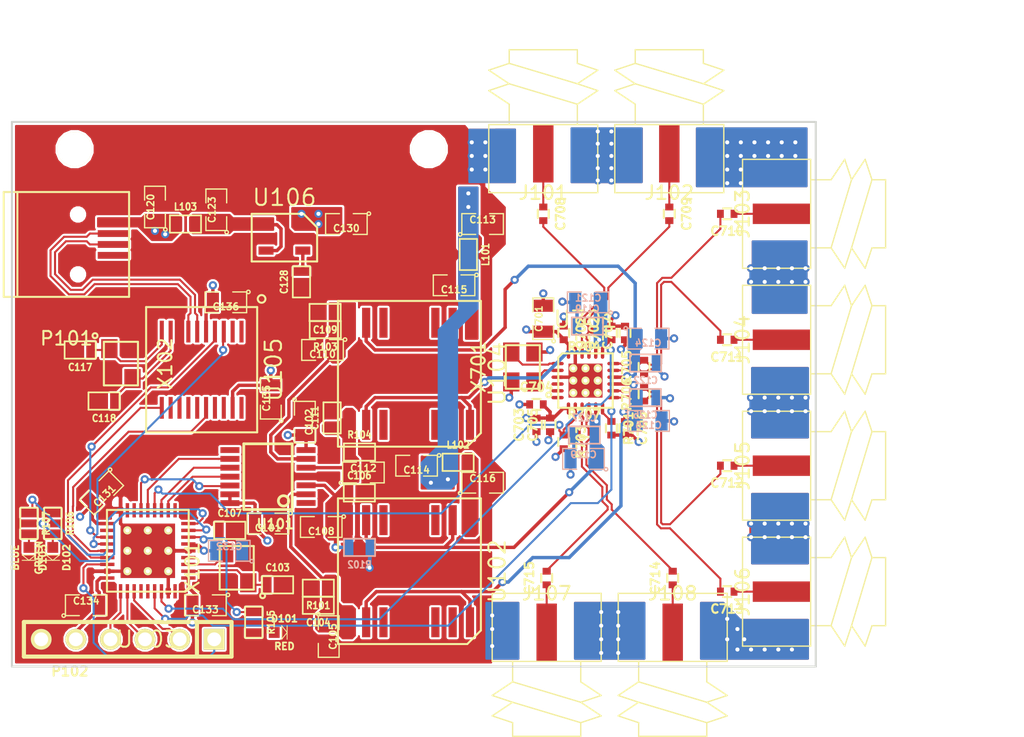
<source format=kicad_pcb>
(kicad_pcb (version 4) (host pcbnew 4.0.5)
  (layers (0 F.Cu signal) (1 In1.Cu signal hide) (2 In2.Cu signal hide) (31 B.Cu signal hide) (34 B.Paste user) (35 F.Paste user) (36 B.SilkS user hide) (37 F.SilkS user) (38 B.Mask user) (39 F.Mask user) (44 Edge.Cuts user))
  (net 0 "")
  (net 1 GND)
  (net 2 +3V3)
  (net 3 "Net-(C103-Pad1)")
  (net 4 /DAC0)
  (net 5 /DAC1)
  (net 6 "Net-(C107-Pad1)")
  (net 7 /DAC2)
  (net 8 /DAC3)
  (net 9 +5V)
  (net 10 /PSU23)
  (net 11 /PSU01)
  (net 12 "Net-(C117-Pad1)")
  (net 13 "Net-(C118-Pad1)")
  (net 14 /VddO0)
  (net 15 /VddO1)
  (net 16 /VddO2)
  (net 17 /VddO3)
  (net 18 /SI5338/clk0_1_P)
  (net 19 /SI5338/CLK0_P)
  (net 20 /SI5338/clk0_1_N)
  (net 21 /SI5338/CLK0_N)
  (net 22 /SI5338/clk1_1_P)
  (net 23 /SI5338/CLK1_P)
  (net 24 /SI5338/clk1_1_N)
  (net 25 /SI5338/CLK1_N)
  (net 26 /SI5338/clk2_1_P)
  (net 27 /SI5338/CLK2_P)
  (net 28 /SI5338/clk2_1_N)
  (net 29 /SI5338/CLK2_N)
  (net 30 /SI5338/clk3_1_P)
  (net 31 /SI5338/CLK3_N)
  (net 32 /SI5338/clk3_1_N)
  (net 33 /SI5338/CLK3_P)
  (net 34 /SCL)
  (net 35 /SDA)
  (net 36 /5338_INT)
  (net 37 "Net-(U103-Pad4)")
  (net 38 "Net-(U103-Pad10)")
  (net 39 /CS_DAC)
  (net 40 /SCK_DAC)
  (net 41 /MOSI_DAC)
  (net 42 /CLR_DAC)
  (net 43 "Net-(U103-Pad16)")
  (net 44 "Net-(U103-Pad17)")
  (net 45 "Net-(U103-Pad20)")
  (net 46 /US1_TX)
  (net 47 /US1_RX)
  (net 48 /US1_CTS)
  (net 49 /US1_RTS)
  (net 50 "Net-(U103-Pad31)")
  (net 51 "Net-(U103-Pad32)")
  (net 52 "Net-(U701-Pad1)")
  (net 53 "Net-(U701-Pad2)")
  (net 54 "Net-(U701-Pad5)")
  (net 55 /D_N)
  (net 56 /D_P)
  (net 57 "Net-(P101-Pad4)")
  (net 58 "Net-(U101-Pad1)")
  (net 59 "Net-(U101-Pad8)")
  (net 60 "Net-(U102-Pad3)")
  (net 61 "Net-(U102-Pad6)")
  (net 62 "Net-(U104-Pad3)")
  (net 63 "Net-(U104-Pad6)")
  (net 64 "Net-(U105-Pad20)")
  (net 65 "Net-(U105-Pad1)")
  (net 66 "Net-(U105-Pad2)")
  (net 67 "Net-(U105-Pad18)")
  (net 68 "Net-(U105-Pad17)")
  (net 69 "Net-(U105-Pad15)")
  (net 70 "Net-(U105-Pad14)")
  (net 71 "Net-(U105-Pad13)")
  (net 72 "Net-(U105-Pad12)")
  (net 73 "Net-(U102-Pad15)")
  (net 74 "Net-(U102-Pad14)")
  (net 75 "Net-(U102-Pad11)")
  (net 76 "Net-(U104-Pad15)")
  (net 77 "Net-(U104-Pad14)")
  (net 78 "Net-(U104-Pad11)")
  (net 79 "Net-(R105-Pad1)")
  (net 80 "Net-(R106-Pad1)")
  (net 81 "Net-(R107-Pad1)")
  (net 82 /TMS)
  (net 83 /TCK)
  (net 84 /TDI)
  (net 85 /TDO)
  (net 86 "Net-(D101-PadA)")
  (net 87 "Net-(D102-PadA)")
  (net 88 "Net-(D103-PadA)")
  (net 89 /5V01)
  (net 90 /L_N)
  (module QFN:QFN36_6x6_0.5mm (layer F.Cu) (at 148.975 116.5 180)
    (fp_text reference U103 (at 0 -6.5 180) (layer F.SilkS) (effects (font (size 1.2 1.2))))
    (fp_text value STM32F103TB-QFN36)
    (pad 37 smd rect (at 0 0 180) (size 4 4) (layers F.Cu F.Mask) (net 1 GND))
    (pad 37 thru_hole circle (at -1.5 -1.5 180) (size 0.6 0.6) (drill 0.3) (layers *.Cu *.Mask F.SilkS) (net 1 GND))
    (pad 37 thru_hole circle (at -1.5 0 180) (size 0.6 0.6) (drill 0.3) (layers *.Cu *.Mask F.SilkS) (net 1 GND))
    (pad 37 thru_hole circle (at -1.5 1.5 180) (size 0.6 0.6) (drill 0.3) (layers *.Cu *.Mask F.SilkS) (net 1 GND))
    (pad 37 thru_hole circle (at 0 -1.5 180) (size 0.6 0.6) (drill 0.3) (layers *.Cu *.Mask F.SilkS) (net 1 GND))
    (pad 37 thru_hole circle (at 0 0 180) (size 0.6 0.6) (drill 0.3) (layers *.Cu *.Mask F.SilkS) (net 1 GND))
    (pad 37 thru_hole circle (at 0 1.5 180) (size 0.6 0.6) (drill 0.3) (layers *.Cu *.Mask F.SilkS) (net 1 GND))
    (pad 37 thru_hole circle (at 1.5 -1.5 180) (size 0.6 0.6) (drill 0.3) (layers *.Cu *.Mask F.SilkS) (net 1 GND))
    (pad 37 thru_hole circle (at 1.5 0 180) (size 0.6 0.6) (drill 0.3) (layers *.Cu *.Mask F.SilkS) (net 1 GND))
    (pad 37 thru_hole circle (at 1.5 1.5 180) (size 0.6 0.6) (drill 0.3) (layers *.Cu *.Mask F.SilkS) (net 1 GND))
    (pad 1 smd rect (at -2.975 -2 180) (size 1.05 0.25) (layers F.Cu F.Paste F.Mask) (net 2 +3V3))
    (pad 2 smd rect (at -2.975 -1.5 180) (size 1.05 0.25) (layers F.Cu F.Paste F.Mask) (net 3 "Net-(C103-Pad1)"))
    (pad 3 smd rect (at -2.975 -1 180) (size 1.05 0.25) (layers F.Cu F.Paste F.Mask) (net 6 "Net-(C107-Pad1)"))
    (pad 4 smd rect (at -2.975 -0.5 180) (size 1.05 0.25) (layers F.Cu F.Paste F.Mask) (net 37 "Net-(U103-Pad4)"))
    (pad 5 smd rect (at -2.975 0 180) (size 1.05 0.25) (layers F.Cu F.Paste F.Mask) (net 1 GND))
    (pad 6 smd rect (at -2.975 0.5 180) (size 1.05 0.25) (layers F.Cu F.Paste F.Mask) (net 2 +3V3))
    (pad 7 smd rect (at -2.975 1 180) (size 1.05 0.25) (layers F.Cu F.Paste F.Mask) (net 79 "Net-(R105-Pad1)"))
    (pad 8 smd rect (at -2.975 1.5 180) (size 1.05 0.25) (layers F.Cu F.Paste F.Mask) (net 80 "Net-(R106-Pad1)"))
    (pad 9 smd rect (at -2.975 2 180) (size 1.05 0.25) (layers F.Cu F.Paste F.Mask) (net 81 "Net-(R107-Pad1)"))
    (pad 10 smd rect (at -2 2.975 180) (size 0.25 1.05) (layers F.Cu F.Paste F.Mask) (net 38 "Net-(U103-Pad10)"))
    (pad 11 smd rect (at -1.5 2.975 180) (size 0.25 1.05) (layers F.Cu F.Paste F.Mask) (net 39 /CS_DAC))
    (pad 12 smd rect (at -1 2.975 180) (size 0.25 1.05) (layers F.Cu F.Paste F.Mask) (net 40 /SCK_DAC))
    (pad 13 smd rect (at -0.5 2.975 180) (size 0.25 1.05) (layers F.Cu F.Paste F.Mask) (net 36 /5338_INT))
    (pad 14 smd rect (at 0 2.975 180) (size 0.25 1.05) (layers F.Cu F.Paste F.Mask) (net 41 /MOSI_DAC))
    (pad 15 smd rect (at 0.5 2.975 180) (size 0.25 1.05) (layers F.Cu F.Paste F.Mask) (net 42 /CLR_DAC))
    (pad 16 smd rect (at 1 2.975 180) (size 0.25 1.05) (layers F.Cu F.Paste F.Mask) (net 43 "Net-(U103-Pad16)"))
    (pad 17 smd rect (at 1.5 2.975 180) (size 0.25 1.05) (layers F.Cu F.Paste F.Mask) (net 44 "Net-(U103-Pad17)"))
    (pad 18 smd rect (at 2 2.975 180) (size 0.25 1.05) (layers F.Cu F.Paste F.Mask) (net 1 GND))
    (pad 19 smd rect (at 2.975 2 180) (size 1.05 0.25) (layers F.Cu F.Paste F.Mask) (net 2 +3V3))
    (pad 20 smd rect (at 2.975 1.5 180) (size 1.05 0.25) (layers F.Cu F.Paste F.Mask) (net 45 "Net-(U103-Pad20)"))
    (pad 21 smd rect (at 2.975 1 180) (size 1.05 0.25) (layers F.Cu F.Paste F.Mask) (net 46 /US1_TX))
    (pad 22 smd rect (at 2.975 0.5 180) (size 1.05 0.25) (layers F.Cu F.Paste F.Mask) (net 47 /US1_RX))
    (pad 23 smd rect (at 2.975 0 180) (size 1.05 0.25) (layers F.Cu F.Paste F.Mask) (net 48 /US1_CTS))
    (pad 24 smd rect (at 2.975 -0.5 180) (size 1.05 0.25) (layers F.Cu F.Paste F.Mask) (net 49 /US1_RTS))
    (pad 25 smd rect (at 2.975 -1 180) (size 1.05 0.25) (layers F.Cu F.Paste F.Mask) (net 82 /TMS))
    (pad 26 smd rect (at 2.975 -1.5 180) (size 1.05 0.25) (layers F.Cu F.Paste F.Mask) (net 1 GND))
    (pad 27 smd rect (at 2.975 -2 180) (size 1.05 0.25) (layers F.Cu F.Paste F.Mask) (net 2 +3V3))
    (pad 28 smd rect (at 2 -2.975 180) (size 0.25 1.05) (layers F.Cu F.Paste F.Mask) (net 83 /TCK))
    (pad 29 smd rect (at 1.5 -2.975 180) (size 0.25 1.05) (layers F.Cu F.Paste F.Mask) (net 84 /TDI))
    (pad 30 smd rect (at 1 -2.975 180) (size 0.25 1.05) (layers F.Cu F.Paste F.Mask) (net 85 /TDO))
    (pad 31 smd rect (at 0.5 -2.975 180) (size 0.25 1.05) (layers F.Cu F.Paste F.Mask) (net 50 "Net-(U103-Pad31)"))
    (pad 32 smd rect (at 0 -2.975 180) (size 0.25 1.05) (layers F.Cu F.Paste F.Mask) (net 51 "Net-(U103-Pad32)"))
    (pad 33 smd rect (at -0.5 -2.975 180) (size 0.25 1.05) (layers F.Cu F.Paste F.Mask) (net 34 /SCL))
    (pad 34 smd rect (at -1 -2.975 180) (size 0.25 1.05) (layers F.Cu F.Paste F.Mask) (net 35 /SDA))
    (pad 35 smd rect (at -1.5 -2.975 180) (size 0.25 1.05) (layers F.Cu F.Paste F.Mask) (net 1 GND))
    (pad 36 smd rect (at -2 -2.975 180) (size 0.25 1.05) (layers F.Cu F.Paste F.Mask) (net 1 GND) (thermal_gap 0.15))
  )
  (module QFN:QFN24_4x4_9vias (layer F.Cu) (at 181.1 104)
    (fp_text reference U701 (at 0 -4.5) (layer F.SilkS) (effects (font (size 1.2 1.2))))
    (fp_text value Si5338)
    (pad 25 smd rect (at 0 0) (size 2.5 2.5) (layers F.Cu F.Mask) (net 1 GND))
    (pad 25 thru_hole circle (at -0.9 -0.9) (size 0.6 0.6) (drill 0.3) (layers *.Cu *.Mask F.SilkS) (net 1 GND))
    (pad 25 thru_hole circle (at -0.9 0) (size 0.6 0.6) (drill 0.3) (layers *.Cu *.Mask F.SilkS) (net 1 GND))
    (pad 25 thru_hole circle (at -0.9 0.9) (size 0.6 0.6) (drill 0.3) (layers *.Cu *.Mask F.SilkS) (net 1 GND))
    (pad 25 thru_hole circle (at 0 -0.9) (size 0.6 0.6) (drill 0.3) (layers *.Cu *.Mask F.SilkS) (net 1 GND))
    (pad 25 thru_hole circle (at 0 0) (size 0.6 0.6) (drill 0.3) (layers *.Cu *.Mask F.SilkS) (net 1 GND))
    (pad 25 thru_hole circle (at 0 0.9) (size 0.6 0.6) (drill 0.3) (layers *.Cu *.Mask F.SilkS) (net 1 GND))
    (pad 25 thru_hole circle (at 0.9 -0.9) (size 0.6 0.6) (drill 0.3) (layers *.Cu *.Mask F.SilkS) (net 1 GND))
    (pad 25 thru_hole circle (at 0.9 0) (size 0.6 0.6) (drill 0.3) (layers *.Cu *.Mask F.SilkS) (net 1 GND))
    (pad 25 thru_hole circle (at 0.9 0.9) (size 0.6 0.6) (drill 0.3) (layers *.Cu *.Mask F.SilkS) (net 1 GND))
    (pad 1 smd oval (at -2.05 -1.25) (size 0.9 0.25) (layers F.Cu F.Paste F.Mask) (net 52 "Net-(U701-Pad1)"))
    (pad 2 smd oval (at -2.05 -0.75) (size 0.9 0.25) (layers F.Cu F.Paste F.Mask) (net 53 "Net-(U701-Pad2)"))
    (pad 3 smd oval (at -2.05 -0.25) (size 0.9 0.25) (layers F.Cu F.Paste F.Mask) (net 1 GND))
    (pad 4 smd oval (at -2.05 0.25) (size 0.9 0.25) (layers F.Cu F.Paste F.Mask) (net 1 GND))
    (pad 5 smd oval (at -2.05 0.75) (size 0.9 0.25) (layers F.Cu F.Paste F.Mask) (net 54 "Net-(U701-Pad5)"))
    (pad 6 smd oval (at -2.05 1.25) (size 0.9 0.25) (layers F.Cu F.Paste F.Mask) (net 1 GND))
    (pad 7 smd oval (at -1.25 2.05) (size 0.25 0.9) (layers F.Cu F.Paste F.Mask) (net 2 +3V3))
    (pad 8 smd oval (at -0.75 2.05) (size 0.25 0.9) (layers F.Cu F.Paste F.Mask) (net 36 /5338_INT))
    (pad 9 smd oval (at -0.25 2.05) (size 0.25 0.9) (layers F.Cu F.Paste F.Mask) (net 32 /SI5338/clk3_1_N))
    (pad 10 smd oval (at 0.25 2.05) (size 0.25 0.9) (layers F.Cu F.Paste F.Mask) (net 30 /SI5338/clk3_1_P))
    (pad 11 smd oval (at 0.75 2.05) (size 0.25 0.9) (layers F.Cu F.Paste F.Mask) (net 17 /VddO3))
    (pad 12 smd oval (at 1.25 2.05) (size 0.25 0.9) (layers F.Cu F.Paste F.Mask) (net 34 /SCL))
    (pad 13 smd oval (at 2.05 1.25) (size 0.9 0.25) (layers F.Cu F.Paste F.Mask) (net 28 /SI5338/clk2_1_N))
    (pad 14 smd oval (at 2.05 0.75) (size 0.9 0.25) (layers F.Cu F.Paste F.Mask) (net 26 /SI5338/clk2_1_P))
    (pad 15 smd oval (at 2.05 0.25) (size 0.9 0.25) (layers F.Cu F.Paste F.Mask) (net 16 /VddO2))
    (pad 16 smd oval (at 2.05 -0.25) (size 0.9 0.25) (layers F.Cu F.Paste F.Mask) (net 15 /VddO1))
    (pad 17 smd oval (at 2.05 -0.75) (size 0.9 0.25) (layers F.Cu F.Paste F.Mask) (net 24 /SI5338/clk1_1_N))
    (pad 18 smd oval (at 2.05 -1.25) (size 0.9 0.25) (layers F.Cu F.Paste F.Mask) (net 22 /SI5338/clk1_1_P))
    (pad 19 smd oval (at 1.25 -2.05) (size 0.25 0.9) (layers F.Cu F.Paste F.Mask) (net 35 /SDA))
    (pad 20 smd oval (at 0.75 -2.05) (size 0.25 0.9) (layers F.Cu F.Paste F.Mask) (net 14 /VddO0))
    (pad 21 smd oval (at 0.25 -2.05) (size 0.25 0.9) (layers F.Cu F.Paste F.Mask) (net 20 /SI5338/clk0_1_N))
    (pad 22 smd oval (at -0.25 -2.05) (size 0.25 0.9) (layers F.Cu F.Paste F.Mask) (net 18 /SI5338/clk0_1_P))
    (pad 23 smd oval (at -0.75 -2.05) (size 0.25 0.9) (layers F.Cu F.Paste F.Mask) (net 1 GND))
    (pad 24 smd oval (at -1.25 -2.05) (size 0.25 0.9) (layers F.Cu F.Paste F.Mask) (net 2 +3V3))
  )
  (module Xtal_SMD:xtal_3.2x2.5 (layer F.Cu) (at 176.5 103 90)
    (fp_text reference X701 (at 0 -3.25 90) (layer F.SilkS))
    (fp_text value 25MHz hide)
    (pad 1 smd rect (at -1.1 0.85 90) (size 1.4 1.2) (layers F.Cu F.Paste F.Mask) (net 53 "Net-(U701-Pad2)"))
    (pad 2 smd rect (at 1.1 0.85 90) (size 1.4 1.2) (layers F.Cu F.Paste F.Mask) (net 1 GND))
    (pad 3 smd rect (at 1.1 -0.85 90) (size 1.4 1.2) (layers F.Cu F.Paste F.Mask) (net 52 "Net-(U701-Pad1)"))
    (pad 4 smd rect (at -1.1 -0.85 90) (size 1.4 1.2) (layers F.Cu F.Paste F.Mask) (net 1 GND))
  )
  (module Connectors:USB_Mini-B (layer F.Cu) (at 143 94)
    (fp_text reference P101 (at 0 6.90118) (layer F.SilkS))
    (fp_text value USB_OTG)
    (pad 1 smd rect (at 3.44932 -1.6002) (size 2.30124 0.50038) (layers F.Cu F.Paste F.Mask) (net 9 +5V))
    (pad 2 smd rect (at 3.44932 -0.8001) (size 2.30124 0.50038) (layers F.Cu F.Paste F.Mask) (net 55 /D_N))
    (pad 3 smd rect (at 3.44932 0) (size 2.30124 0.50038) (layers F.Cu F.Paste F.Mask) (net 56 /D_P))
    (pad 4 smd rect (at 3.44932 0.8001) (size 2.30124 0.50038) (layers F.Cu F.Paste F.Mask) (net 57 "Net-(P101-Pad4)"))
    (pad 5 smd rect (at 3.44932 1.6002) (size 2.30124 0.50038) (layers F.Cu F.Paste F.Mask) (net 1 GND))
    (pad 6 smd rect (at 3.35026 -4.45008) (size 2.49936 1.99898) (layers F.Cu F.Paste F.Mask) (net 1 GND))
    (pad 6 smd rect (at -2.14884 -4.45008) (size 2.49936 1.99898) (layers F.Cu F.Paste F.Mask) (net 1 GND))
    (pad 6 smd rect (at 3.35026 4.45008) (size 2.49936 1.99898) (layers F.Cu F.Paste F.Mask) (net 1 GND))
    (pad 6 smd rect (at -2.14884 4.45008) (size 2.49936 1.99898) (layers F.Cu F.Paste F.Mask) (net 1 GND))
    (pad "" np_thru_hole circle (at 0.8509 -2.19964) (size 0.89916 0.89916) (drill 0.89916) (layers *.Cu *.Mask))
    (pad "" np_thru_hole circle (at 0.8509 2.19964) (size 0.89916 0.89916) (drill 0.89916) (layers *.Cu *.Mask))
  )
  (module SSOP:SSOP14 (layer F.Cu) (at 157.794 111.0569 90)
    (fp_text reference U101 (at -3.48 0.54 360) (layer F.SilkS) (effects (font (size 0.7 0.7) (thickness 0.152))))
    (fp_text value MAX5713/4/5-TSSOP14 hide)
    (pad 1 smd rect (at -1.9304 2.794 90) (size 0.4318 1.397) (layers F.Cu F.Paste F.Mask) (net 58 "Net-(U101-Pad1)"))
    (pad 2 smd rect (at -1.2954 2.794 90) (size 0.4318 1.397) (layers F.Cu F.Paste F.Mask) (net 4 /DAC0))
    (pad 3 smd rect (at -0.635 2.794 90) (size 0.4318 1.397) (layers F.Cu F.Paste F.Mask) (net 5 /DAC1))
    (pad 4 smd rect (at 0 2.794 90) (size 0.4318 1.397) (layers F.Cu F.Paste F.Mask) (net 1 GND))
    (pad 5 smd rect (at 0.6604 2.794 90) (size 0.4318 1.397) (layers F.Cu F.Paste F.Mask) (net 8 /DAC3))
    (pad 6 smd rect (at 1.3081 2.794 90) (size 0.4318 1.397) (layers F.Cu F.Paste F.Mask) (net 7 /DAC2))
    (pad 7 smd rect (at 1.9558 2.794 90) (size 0.4318 1.397) (layers F.Cu F.Paste F.Mask) (net 2 +3V3))
    (pad 8 smd rect (at 1.9558 -2.794 90) (size 0.4318 1.397) (layers F.Cu F.Paste F.Mask) (net 59 "Net-(U101-Pad8)"))
    (pad 9 smd rect (at 1.3081 -2.794 90) (size 0.4318 1.397) (layers F.Cu F.Paste F.Mask) (net 41 /MOSI_DAC))
    (pad 10 smd rect (at 0.6604 -2.794 90) (size 0.4318 1.397) (layers F.Cu F.Paste F.Mask) (net 40 /SCK_DAC))
    (pad 11 smd rect (at 0 -2.794 90) (size 0.4318 1.397) (layers F.Cu F.Paste F.Mask) (net 39 /CS_DAC))
    (pad 12 smd rect (at -0.6477 -2.794 90) (size 0.4318 1.397) (layers F.Cu F.Paste F.Mask) (net 42 /CLR_DAC))
    (pad 13 smd rect (at -1.2954 -2.794 90) (size 0.4318 1.397) (layers F.Cu F.Paste F.Mask) (net 2 +3V3))
    (pad 14 smd rect (at -1.9431 -2.794 90) (size 0.4318 1.397) (layers F.Cu F.Paste F.Mask) (net 2 +3V3))
  )
  (module SOIC:SOIC-16-10.3x7.5 (layer F.Cu) (at 168.175 118 180)
    (fp_text reference U102 (at -6.445 0 270) (layer F.SilkS) (effects (font (size 1.2 1.2))))
    (fp_text value TCA0372BDW-SOIC16)
    (pad 16 smd rect (at -4.445 -3.75 180) (size 0.6 2.2) (layers F.Cu F.Paste F.Mask) (net 16 /VddO2))
    (pad 1 smd rect (at -4.445 3.75 180) (size 0.6 2.2) (layers F.Cu F.Paste F.Mask) (net 11 /PSU01))
    (pad 15 smd rect (at -3.175 -3.75 180) (size 0.6 2.2) (layers F.Cu F.Paste F.Mask) (net 73 "Net-(U102-Pad15)"))
    (pad 2 smd rect (at -3.175 3.75 180) (size 0.6 2.2) (layers F.Cu F.Paste F.Mask) (net 17 /VddO3))
    (pad 14 smd rect (at -1.905 -3.75 180) (size 0.6 2.2) (layers F.Cu F.Paste F.Mask) (net 74 "Net-(U102-Pad14)"))
    (pad 3 smd rect (at -1.905 3.75 180) (size 0.6 2.2) (layers F.Cu F.Paste F.Mask) (net 60 "Net-(U102-Pad3)"))
    (pad 13 smd rect (at -0.635 -3.75 180) (size 0.6 2.2) (layers F.Cu F.Paste F.Mask) (net 1 GND))
    (pad 4 smd rect (at -0.635 3.75 180) (size 0.6 2.2) (layers F.Cu F.Paste F.Mask) (net 1 GND))
    (pad 12 smd rect (at 0.635 -3.75 180) (size 0.6 2.2) (layers F.Cu F.Paste F.Mask) (net 1 GND))
    (pad 5 smd rect (at 0.635 3.75 180) (size 0.6 2.2) (layers F.Cu F.Paste F.Mask) (net 1 GND))
    (pad 11 smd rect (at 1.905 -3.75 180) (size 0.6 2.2) (layers F.Cu F.Paste F.Mask) (net 75 "Net-(U102-Pad11)"))
    (pad 6 smd rect (at 1.905 3.75 180) (size 0.6 2.2) (layers F.Cu F.Paste F.Mask) (net 61 "Net-(U102-Pad6)"))
    (pad 10 smd rect (at 3.175 -3.75 180) (size 0.6 2.2) (layers F.Cu F.Paste F.Mask) (net 16 /VddO2))
    (pad 7 smd rect (at 3.175 3.75 180) (size 0.6 2.2) (layers F.Cu F.Paste F.Mask) (net 17 /VddO3))
    (pad 9 smd rect (at 4.445 -3.75 180) (size 0.6 2.2) (layers F.Cu F.Paste F.Mask) (net 4 /DAC0))
    (pad 8 smd rect (at 4.445 3.75 180) (size 0.6 2.2) (layers F.Cu F.Paste F.Mask) (net 5 /DAC1))
  )
  (module SOIC:SOIC-16-10.3x7.5 (layer F.Cu) (at 168.175 103.5 180)
    (fp_text reference U104 (at -6.445 0 270) (layer F.SilkS) (effects (font (size 1.2 1.2))))
    (fp_text value TCA0372BDW-SOIC16)
    (pad 16 smd rect (at -4.445 -3.75 180) (size 0.6 2.2) (layers F.Cu F.Paste F.Mask) (net 14 /VddO0))
    (pad 1 smd rect (at -4.445 3.75 180) (size 0.6 2.2) (layers F.Cu F.Paste F.Mask) (net 10 /PSU23))
    (pad 15 smd rect (at -3.175 -3.75 180) (size 0.6 2.2) (layers F.Cu F.Paste F.Mask) (net 76 "Net-(U104-Pad15)"))
    (pad 2 smd rect (at -3.175 3.75 180) (size 0.6 2.2) (layers F.Cu F.Paste F.Mask) (net 15 /VddO1))
    (pad 14 smd rect (at -1.905 -3.75 180) (size 0.6 2.2) (layers F.Cu F.Paste F.Mask) (net 77 "Net-(U104-Pad14)"))
    (pad 3 smd rect (at -1.905 3.75 180) (size 0.6 2.2) (layers F.Cu F.Paste F.Mask) (net 62 "Net-(U104-Pad3)"))
    (pad 13 smd rect (at -0.635 -3.75 180) (size 0.6 2.2) (layers F.Cu F.Paste F.Mask) (net 1 GND))
    (pad 4 smd rect (at -0.635 3.75 180) (size 0.6 2.2) (layers F.Cu F.Paste F.Mask) (net 1 GND))
    (pad 12 smd rect (at 0.635 -3.75 180) (size 0.6 2.2) (layers F.Cu F.Paste F.Mask) (net 1 GND))
    (pad 5 smd rect (at 0.635 3.75 180) (size 0.6 2.2) (layers F.Cu F.Paste F.Mask) (net 1 GND))
    (pad 11 smd rect (at 1.905 -3.75 180) (size 0.6 2.2) (layers F.Cu F.Paste F.Mask) (net 78 "Net-(U104-Pad11)"))
    (pad 6 smd rect (at 1.905 3.75 180) (size 0.6 2.2) (layers F.Cu F.Paste F.Mask) (net 63 "Net-(U104-Pad6)"))
    (pad 10 smd rect (at 3.175 -3.75 180) (size 0.6 2.2) (layers F.Cu F.Paste F.Mask) (net 14 /VddO0))
    (pad 7 smd rect (at 3.175 3.75 180) (size 0.6 2.2) (layers F.Cu F.Paste F.Mask) (net 15 /VddO1))
    (pad 9 smd rect (at 4.445 -3.75 180) (size 0.6 2.2) (layers F.Cu F.Paste F.Mask) (net 8 /DAC3))
    (pad 8 smd rect (at 4.445 3.75 180) (size 0.6 2.2) (layers F.Cu F.Paste F.Mask) (net 7 /DAC2))
  )
  (module SSOP:SSOP-20 (layer F.Cu) (at 152.925 103.2 180)
    (fp_text reference U105 (at -5.275 0 270) (layer F.SilkS) (effects (font (size 1.2 1.2))))
    (fp_text value CH340T-SSOP20)
    (pad 20 smd rect (at -2.925 -2.8 180) (size 0.3 1.6) (layers F.Cu F.Paste F.Mask) (net 64 "Net-(U105-Pad20)"))
    (pad 1 smd rect (at -2.925 2.8 180) (size 0.3 1.6) (layers F.Cu F.Paste F.Mask) (net 65 "Net-(U105-Pad1)"))
    (pad 19 smd rect (at -2.275 -2.8 180) (size 0.3 1.6) (layers F.Cu F.Paste F.Mask) (net 2 +3V3))
    (pad 2 smd rect (at -2.275 2.8 180) (size 0.3 1.6) (layers F.Cu F.Paste F.Mask) (net 66 "Net-(U105-Pad2)"))
    (pad 18 smd rect (at -1.625 -2.8 180) (size 0.3 1.6) (layers F.Cu F.Paste F.Mask) (net 67 "Net-(U105-Pad18)"))
    (pad 3 smd rect (at -1.625 2.8 180) (size 0.3 1.6) (layers F.Cu F.Paste F.Mask) (net 47 /US1_RX))
    (pad 17 smd rect (at -0.975 -2.8 180) (size 0.3 1.6) (layers F.Cu F.Paste F.Mask) (net 68 "Net-(U105-Pad17)"))
    (pad 4 smd rect (at -0.975 2.8 180) (size 0.3 1.6) (layers F.Cu F.Paste F.Mask) (net 46 /US1_TX))
    (pad 16 smd rect (at -0.325 -2.8 180) (size 0.3 1.6) (layers F.Cu F.Paste F.Mask) (net 48 /US1_CTS))
    (pad 5 smd rect (at -0.325 2.8 180) (size 0.3 1.6) (layers F.Cu F.Paste F.Mask) (net 2 +3V3))
    (pad 15 smd rect (at 0.325 -2.8 180) (size 0.3 1.6) (layers F.Cu F.Paste F.Mask) (net 69 "Net-(U105-Pad15)"))
    (pad 6 smd rect (at 0.325 2.8 180) (size 0.3 1.6) (layers F.Cu F.Paste F.Mask) (net 56 /D_P))
    (pad 14 smd rect (at 0.975 -2.8 180) (size 0.3 1.6) (layers F.Cu F.Paste F.Mask) (net 70 "Net-(U105-Pad14)"))
    (pad 7 smd rect (at 0.975 2.8 180) (size 0.3 1.6) (layers F.Cu F.Paste F.Mask) (net 55 /D_N))
    (pad 13 smd rect (at 1.625 -2.8 180) (size 0.3 1.6) (layers F.Cu F.Paste F.Mask) (net 71 "Net-(U105-Pad13)"))
    (pad 8 smd rect (at 1.625 2.8 180) (size 0.3 1.6) (layers F.Cu F.Paste F.Mask) (net 1 GND))
    (pad 12 smd rect (at 2.275 -2.8 180) (size 0.3 1.6) (layers F.Cu F.Paste F.Mask) (net 72 "Net-(U105-Pad12)"))
    (pad 9 smd rect (at 2.275 2.8 180) (size 0.3 1.6) (layers F.Cu F.Paste F.Mask) (net 13 "Net-(C118-Pad1)"))
    (pad 11 smd rect (at 2.925 -2.8 180) (size 0.3 1.6) (layers F.Cu F.Paste F.Mask) (net 49 /US1_RTS))
    (pad 10 smd rect (at 2.925 2.8 180) (size 0.3 1.6) (layers F.Cu F.Paste F.Mask) (net 12 "Net-(C117-Pad1)"))
  )
  (module Xtal_SMD:xtal_3.2x2.5 (layer F.Cu) (at 155.5 117.75 90)
    (fp_text reference X101 (at 0 -3.25 90) (layer F.SilkS))
    (fp_text value 8MHz hide)
    (pad 1 smd rect (at -1.1 0.85 90) (size 1.4 1.2) (layers F.Cu F.Paste F.Mask) (net 3 "Net-(C103-Pad1)"))
    (pad 2 smd rect (at 1.1 0.85 90) (size 1.4 1.2) (layers F.Cu F.Paste F.Mask) (net 1 GND))
    (pad 3 smd rect (at 1.1 -0.85 90) (size 1.4 1.2) (layers F.Cu F.Paste F.Mask) (net 6 "Net-(C107-Pad1)"))
    (pad 4 smd rect (at -1.1 -0.85 90) (size 1.4 1.2) (layers F.Cu F.Paste F.Mask) (net 1 GND))
  )
  (module Xtal_SMD:xtal_3.2x2.5 (layer F.Cu) (at 147 102.75 270)
    (fp_text reference X102 (at 0 -3.25 270) (layer F.SilkS))
    (fp_text value 12MHz hide)
    (pad 1 smd rect (at -1.1 0.85 270) (size 1.4 1.2) (layers F.Cu F.Paste F.Mask) (net 12 "Net-(C117-Pad1)"))
    (pad 2 smd rect (at 1.1 0.85 270) (size 1.4 1.2) (layers F.Cu F.Paste F.Mask) (net 1 GND))
    (pad 3 smd rect (at 1.1 -0.85 270) (size 1.4 1.2) (layers F.Cu F.Paste F.Mask) (net 13 "Net-(C118-Pad1)"))
    (pad 4 smd rect (at -1.1 -0.85 270) (size 1.4 1.2) (layers F.Cu F.Paste F.Mask) (net 1 GND))
  )
  (module Connectors_254mm:pin_array_6x1 (layer F.Cu) (at 147.5 123 180)
    (fp_text reference P102 (at 4.25 -2.35 180) (layer F.SilkS) (effects (font (size 0.7 0.7) (thickness 0.152))))
    (fp_text value CONN_01X06 hide)
    (pad 1 thru_hole rect (at -6.35 0 180) (size 1.524 1.524) (drill 1.016) (layers *.Cu *.Mask F.SilkS) (net 82 /TMS))
    (pad 2 thru_hole circle (at -3.81 0 180) (size 1.524 1.524) (drill 1.016) (layers *.Cu *.Mask F.SilkS) (net 85 /TDO))
    (pad 3 thru_hole circle (at -1.27 0 180) (size 1.524 1.524) (drill 1.016) (layers *.Cu *.Mask F.SilkS) (net 84 /TDI))
    (pad 4 thru_hole circle (at 1.27 0 180) (size 1.524 1.524) (drill 1.016) (layers *.Cu *.Mask F.SilkS) (net 83 /TCK))
    (pad 5 thru_hole circle (at 3.81 0 180) (size 1.524 1.524) (drill 1.016) (layers *.Cu *.Mask F.SilkS) (net 2 +3V3))
    (pad 6 thru_hole circle (at 6.35 0 180) (size 1.524 1.524) (drill 1.016) (layers *.Cu *.Mask F.SilkS) (net 1 GND))
  )
  (module General_SMD:SM0805 (layer F.Cu) (at 157.7975 114.5 180)
    (fp_text reference C101 (at 0 -0.3175 180) (layer F.SilkS) (effects (font (size 0.50038 0.50038) (thickness 0.10922))))
    (fp_text value 100n hide)
    (pad 1 smd rect (at -0.9525 0 180) (size 0.889 1.397) (layers F.Cu F.Paste F.Mask) (net 1 GND))
    (pad 2 smd rect (at 0.9525 0 180) (size 0.889 1.397) (layers F.Cu F.Paste F.Mask) (net 2 +3V3))
  )
  (module General_SMD:SM0805 (layer F.Cu) (at 160.5 107.0475 270)
    (fp_text reference C102 (at 0 -0.3175 270) (layer F.SilkS) (effects (font (size 0.50038 0.50038) (thickness 0.10922))))
    (fp_text value 100n hide)
    (pad 1 smd rect (at -0.9525 0 270) (size 0.889 1.397) (layers F.Cu F.Paste F.Mask) (net 1 GND))
    (pad 2 smd rect (at 0.9525 0 270) (size 0.889 1.397) (layers F.Cu F.Paste F.Mask) (net 2 +3V3))
  )
  (module General_SMD:SM0603 (layer F.Cu) (at 158.5 119)
    (fp_text reference C103 (at 0 -1.27) (layer F.SilkS) (effects (font (size 0.508 0.4572) (thickness 0.1143))))
    (fp_text value 10p hide)
    (pad 1 smd rect (at -0.762 0) (size 0.635 1.143) (layers F.Cu F.Paste F.Mask) (net 3 "Net-(C103-Pad1)"))
    (pad 2 smd rect (at 0.762 0) (size 0.635 1.143) (layers F.Cu F.Paste F.Mask) (net 1 GND))
  )
  (module General_SMD:SM0603 (layer F.Cu) (at 161.488 120.5 180)
    (fp_text reference C104 (at 0 -1.27 180) (layer F.SilkS) (effects (font (size 0.508 0.4572) (thickness 0.1143))))
    (fp_text value CAP_0603 hide)
    (pad 1 smd rect (at -0.762 0 180) (size 0.635 1.143) (layers F.Cu F.Paste F.Mask) (net 4 /DAC0))
    (pad 2 smd rect (at 0.762 0 180) (size 0.635 1.143) (layers F.Cu F.Paste F.Mask) (net 1 GND))
  )
  (module General_SMD:SM0805 (layer F.Cu) (at 162.25 122.7975 270)
    (fp_text reference C105 (at 0 -0.3175 270) (layer F.SilkS) (effects (font (size 0.50038 0.50038) (thickness 0.10922))))
    (fp_text value CAP_0805 hide)
    (pad 1 smd rect (at -0.9525 0 270) (size 0.889 1.397) (layers F.Cu F.Paste F.Mask) (net 4 /DAC0))
    (pad 2 smd rect (at 0.9525 0 270) (size 0.889 1.397) (layers F.Cu F.Paste F.Mask) (net 1 GND))
  )
  (module General_SMD:SM0603 (layer F.Cu) (at 164.5 112.25)
    (fp_text reference C106 (at 0 -1.27) (layer F.SilkS) (effects (font (size 0.508 0.4572) (thickness 0.1143))))
    (fp_text value CAP_0603 hide)
    (pad 1 smd rect (at -0.762 0) (size 0.635 1.143) (layers F.Cu F.Paste F.Mask) (net 5 /DAC1))
    (pad 2 smd rect (at 0.762 0) (size 0.635 1.143) (layers F.Cu F.Paste F.Mask) (net 1 GND))
  )
  (module General_SMD:SM0603 (layer F.Cu) (at 154.988 115)
    (fp_text reference C107 (at 0 -1.27) (layer F.SilkS) (effects (font (size 0.508 0.4572) (thickness 0.1143))))
    (fp_text value 10p hide)
    (pad 1 smd rect (at -0.762 0) (size 0.635 1.143) (layers F.Cu F.Paste F.Mask) (net 6 "Net-(C107-Pad1)"))
    (pad 2 smd rect (at 0.762 0) (size 0.635 1.143) (layers F.Cu F.Paste F.Mask) (net 1 GND))
  )
  (module General_SMD:SM0805 (layer F.Cu) (at 161.7025 114.75 180)
    (fp_text reference C108 (at 0 -0.3175 180) (layer F.SilkS) (effects (font (size 0.50038 0.50038) (thickness 0.10922))))
    (fp_text value CAP_0805 hide)
    (pad 1 smd rect (at -0.9525 0 180) (size 0.889 1.397) (layers F.Cu F.Paste F.Mask) (net 5 /DAC1))
    (pad 2 smd rect (at 0.9525 0 180) (size 0.889 1.397) (layers F.Cu F.Paste F.Mask) (net 1 GND))
  )
  (module General_SMD:SM0603 (layer F.Cu) (at 161.988 99 180)
    (fp_text reference C109 (at 0 -1.27 180) (layer F.SilkS) (effects (font (size 0.508 0.4572) (thickness 0.1143))))
    (fp_text value CAP_0603 hide)
    (pad 1 smd rect (at -0.762 0 180) (size 0.635 1.143) (layers F.Cu F.Paste F.Mask) (net 7 /DAC2))
    (pad 2 smd rect (at 0.762 0 180) (size 0.635 1.143) (layers F.Cu F.Paste F.Mask) (net 1 GND))
  )
  (module General_SMD:SM0805 (layer F.Cu) (at 161.7975 101.75 180)
    (fp_text reference C110 (at 0 -0.3175 180) (layer F.SilkS) (effects (font (size 0.50038 0.50038) (thickness 0.10922))))
    (fp_text value CAP_0805 hide)
    (pad 1 smd rect (at -0.9525 0 180) (size 0.889 1.397) (layers F.Cu F.Paste F.Mask) (net 7 /DAC2))
    (pad 2 smd rect (at 0.9525 0 180) (size 0.889 1.397) (layers F.Cu F.Paste F.Mask) (net 1 GND))
  )
  (module General_SMD:SM0603 (layer F.Cu) (at 162.5 106.738 90)
    (fp_text reference C111 (at 0 -1.27 90) (layer F.SilkS) (effects (font (size 0.508 0.4572) (thickness 0.1143))))
    (fp_text value CAP_0603 hide)
    (pad 1 smd rect (at -0.762 0 90) (size 0.635 1.143) (layers F.Cu F.Paste F.Mask) (net 8 /DAC3))
    (pad 2 smd rect (at 0.762 0 90) (size 0.635 1.143) (layers F.Cu F.Paste F.Mask) (net 1 GND))
  )
  (module General_SMD:SM0805 (layer F.Cu) (at 164.7975 110.75)
    (fp_text reference C112 (at 0 -0.3175) (layer F.SilkS) (effects (font (size 0.50038 0.50038) (thickness 0.10922))))
    (fp_text value CAP_0805 hide)
    (pad 1 smd rect (at -0.9525 0) (size 0.889 1.397) (layers F.Cu F.Paste F.Mask) (net 8 /DAC3))
    (pad 2 smd rect (at 0.9525 0) (size 0.889 1.397) (layers F.Cu F.Paste F.Mask) (net 1 GND))
  )
  (module General_SMD:SM0805 (layer F.Cu) (at 173.5475 92.5)
    (fp_text reference C113 (at 0 -0.3175) (layer F.SilkS) (effects (font (size 0.50038 0.50038) (thickness 0.10922))))
    (fp_text value 1u hide)
    (pad 1 smd rect (at -0.9525 0) (size 0.889 1.397) (layers F.Cu F.Paste F.Mask) (net 9 +5V))
    (pad 2 smd rect (at 0.9525 0) (size 0.889 1.397) (layers F.Cu F.Paste F.Mask) (net 1 GND))
  )
  (module General_SMD:SM0805 (layer F.Cu) (at 168.7025 110.25 180)
    (fp_text reference C114 (at 0 -0.3175 180) (layer F.SilkS) (effects (font (size 0.50038 0.50038) (thickness 0.10922))))
    (fp_text value 1u hide)
    (pad 1 smd rect (at -0.9525 0 180) (size 0.889 1.397) (layers F.Cu F.Paste F.Mask) (net 9 +5V))
    (pad 2 smd rect (at 0.9525 0 180) (size 0.889 1.397) (layers F.Cu F.Paste F.Mask) (net 1 GND))
  )
  (module General_SMD:SM0805 (layer F.Cu) (at 171.4525 97 180)
    (fp_text reference C115 (at 0 -0.3175 180) (layer F.SilkS) (effects (font (size 0.50038 0.50038) (thickness 0.10922))))
    (fp_text value 1u hide)
    (pad 1 smd rect (at -0.9525 0 180) (size 0.889 1.397) (layers F.Cu F.Paste F.Mask) (net 10 /PSU23))
    (pad 2 smd rect (at 0.9525 0 180) (size 0.889 1.397) (layers F.Cu F.Paste F.Mask) (net 1 GND))
  )
  (module General_SMD:SM0805 (layer F.Cu) (at 173.5475 111.5)
    (fp_text reference C116 (at 0 -0.3175) (layer F.SilkS) (effects (font (size 0.50038 0.50038) (thickness 0.10922))))
    (fp_text value 1u hide)
    (pad 1 smd rect (at -0.9525 0) (size 0.889 1.397) (layers F.Cu F.Paste F.Mask) (net 11 /PSU01))
    (pad 2 smd rect (at 0.9525 0) (size 0.889 1.397) (layers F.Cu F.Paste F.Mask) (net 1 GND))
  )
  (module General_SMD:SM0603 (layer F.Cu) (at 144.012 101.75 180)
    (fp_text reference C117 (at 0 -1.27 180) (layer F.SilkS) (effects (font (size 0.508 0.4572) (thickness 0.1143))))
    (fp_text value 10p hide)
    (pad 1 smd rect (at -0.762 0 180) (size 0.635 1.143) (layers F.Cu F.Paste F.Mask) (net 12 "Net-(C117-Pad1)"))
    (pad 2 smd rect (at 0.762 0 180) (size 0.635 1.143) (layers F.Cu F.Paste F.Mask) (net 1 GND))
  )
  (module General_SMD:SM0603 (layer F.Cu) (at 145.762 105.5 180)
    (fp_text reference C118 (at 0 -1.27 180) (layer F.SilkS) (effects (font (size 0.508 0.4572) (thickness 0.1143))))
    (fp_text value 10p hide)
    (pad 1 smd rect (at -0.762 0 180) (size 0.635 1.143) (layers F.Cu F.Paste F.Mask) (net 13 "Net-(C118-Pad1)"))
    (pad 2 smd rect (at 0.762 0 180) (size 0.635 1.143) (layers F.Cu F.Paste F.Mask) (net 1 GND))
  )
  (module General_SMD:SM0603 (layer B.Cu) (at 181.238 100 180)
    (fp_text reference C119 (at 0 1.27 180) (layer B.SilkS) (effects (font (size 0.508 0.4572) (thickness 0.1143)) (justify mirror)))
    (fp_text value CAP_0603 hide)
    (pad 1 smd rect (at -0.762 0 180) (size 0.635 1.143) (layers B.Cu B.Paste B.Mask) (net 14 /VddO0))
    (pad 2 smd rect (at 0.762 0 180) (size 0.635 1.143) (layers B.Cu B.Paste B.Mask) (net 1 GND))
  )
  (module General_SMD:SM0805 (layer F.Cu) (at 149.5 91.25 90)
    (fp_text reference C120 (at 0 -0.3175 90) (layer F.SilkS) (effects (font (size 0.50038 0.50038) (thickness 0.10922))))
    (fp_text value 1u hide)
    (pad 1 smd rect (at -0.9525 0 90) (size 0.889 1.397) (layers F.Cu F.Paste F.Mask) (net 9 +5V))
    (pad 2 smd rect (at 0.9525 0 90) (size 0.889 1.397) (layers F.Cu F.Paste F.Mask) (net 1 GND))
  )
  (module General_SMD:SM0805 (layer B.Cu) (at 181.2975 98.25 180)
    (fp_text reference C121 (at 0 0.3175 180) (layer B.SilkS) (effects (font (size 0.50038 0.50038) (thickness 0.10922)) (justify mirror)))
    (fp_text value CAP_0805 hide)
    (pad 1 smd rect (at -0.9525 0 180) (size 0.889 1.397) (layers B.Cu B.Paste B.Mask) (net 14 /VddO0))
    (pad 2 smd rect (at 0.9525 0 180) (size 0.889 1.397) (layers B.Cu B.Paste B.Mask) (net 1 GND))
  )
  (module General_SMD:SM0603 (layer B.Cu) (at 185.512 102.709216)
    (fp_text reference C122 (at 0 1.27) (layer B.SilkS) (effects (font (size 0.508 0.4572) (thickness 0.1143)) (justify mirror)))
    (fp_text value CAP_0603 hide)
    (pad 1 smd rect (at -0.762 0) (size 0.635 1.143) (layers B.Cu B.Paste B.Mask) (net 15 /VddO1))
    (pad 2 smd rect (at 0.762 0) (size 0.635 1.143) (layers B.Cu B.Paste B.Mask) (net 1 GND))
  )
  (module General_SMD:SM0805 (layer F.Cu) (at 154 91.4525 90)
    (fp_text reference C123 (at 0 -0.3175 90) (layer F.SilkS) (effects (font (size 0.50038 0.50038) (thickness 0.10922))))
    (fp_text value 1u hide)
    (pad 1 smd rect (at -0.9525 0 90) (size 0.889 1.397) (layers F.Cu F.Paste F.Mask) (net 89 /5V01))
    (pad 2 smd rect (at 0.9525 0 90) (size 0.889 1.397) (layers F.Cu F.Paste F.Mask) (net 1 GND))
  )
  (module General_SMD:SM0805 (layer B.Cu) (at 185.698553 100.917685)
    (fp_text reference C124 (at 0 0.3175) (layer B.SilkS) (effects (font (size 0.50038 0.50038) (thickness 0.10922)) (justify mirror)))
    (fp_text value CAP_0805 hide)
    (pad 1 smd rect (at -0.9525 0) (size 0.889 1.397) (layers B.Cu B.Paste B.Mask) (net 15 /VddO1))
    (pad 2 smd rect (at 0.9525 0) (size 0.889 1.397) (layers B.Cu B.Paste B.Mask) (net 1 GND))
  )
  (module General_SMD:SM0603 (layer B.Cu) (at 185.488 105.25)
    (fp_text reference C125 (at 0 1.27) (layer B.SilkS) (effects (font (size 0.508 0.4572) (thickness 0.1143)) (justify mirror)))
    (fp_text value CAP_0603 hide)
    (pad 1 smd rect (at -0.762 0) (size 0.635 1.143) (layers B.Cu B.Paste B.Mask) (net 16 /VddO2))
    (pad 2 smd rect (at 0.762 0) (size 0.635 1.143) (layers B.Cu B.Paste B.Mask) (net 1 GND))
  )
  (module General_SMD:SM0805 (layer B.Cu) (at 185.728553 106.962127)
    (fp_text reference C126 (at 0 0.3175) (layer B.SilkS) (effects (font (size 0.50038 0.50038) (thickness 0.10922)) (justify mirror)))
    (fp_text value CAP_0805 hide)
    (pad 1 smd rect (at -0.9525 0) (size 0.889 1.397) (layers B.Cu B.Paste B.Mask) (net 16 /VddO2))
    (pad 2 smd rect (at 0.9525 0) (size 0.889 1.397) (layers B.Cu B.Paste B.Mask) (net 1 GND))
  )
  (module General_SMD:SM0603 (layer B.Cu) (at 181.012 108 180)
    (fp_text reference C127 (at 0 1.27 180) (layer B.SilkS) (effects (font (size 0.508 0.4572) (thickness 0.1143)) (justify mirror)))
    (fp_text value CAP_0603 hide)
    (pad 1 smd rect (at -0.762 0 180) (size 0.635 1.143) (layers B.Cu B.Paste B.Mask) (net 17 /VddO3))
    (pad 2 smd rect (at 0.762 0 180) (size 0.635 1.143) (layers B.Cu B.Paste B.Mask) (net 1 GND))
  )
  (module General_SMD:SM0603 (layer F.Cu) (at 160.25 96.75 90)
    (fp_text reference C128 (at 0 -1.27 90) (layer F.SilkS) (effects (font (size 0.508 0.4572) (thickness 0.1143))))
    (fp_text value 10n hide)
    (pad 1 smd rect (at -0.762 0 90) (size 0.635 1.143) (layers F.Cu F.Paste F.Mask) (net 1 GND))
    (pad 2 smd rect (at 0.762 0 90) (size 0.635 1.143) (layers F.Cu F.Paste F.Mask) (net 90 /L_N))
  )
  (module General_SMD:SM0805 (layer B.Cu) (at 180.9525 109.75 180)
    (fp_text reference C129 (at 0 0.3175 180) (layer B.SilkS) (effects (font (size 0.50038 0.50038) (thickness 0.10922)) (justify mirror)))
    (fp_text value CAP_0805 hide)
    (pad 1 smd rect (at -0.9525 0 180) (size 0.889 1.397) (layers B.Cu B.Paste B.Mask) (net 17 /VddO3))
    (pad 2 smd rect (at 0.9525 0 180) (size 0.889 1.397) (layers B.Cu B.Paste B.Mask) (net 1 GND))
  )
  (module General_SMD:SM0805 (layer F.Cu) (at 163.5475 92.5 180)
    (fp_text reference C130 (at 0 -0.3175 180) (layer F.SilkS) (effects (font (size 0.50038 0.50038) (thickness 0.10922))))
    (fp_text value 1u hide)
    (pad 1 smd rect (at -0.9525 0 180) (size 0.889 1.397) (layers F.Cu F.Paste F.Mask) (net 1 GND))
    (pad 2 smd rect (at 0.9525 0 180) (size 0.889 1.397) (layers F.Cu F.Paste F.Mask) (net 2 +3V3))
  )
  (module General_SMD:SM0805 (layer F.Cu) (at 178 99.4525 90)
    (fp_text reference C701 (at 0 -0.3175 90) (layer F.SilkS) (effects (font (size 0.50038 0.50038) (thickness 0.10922))))
    (fp_text value 10uF hide)
    (pad 1 smd rect (at -0.9525 0 90) (size 0.889 1.397) (layers F.Cu F.Paste F.Mask) (net 2 +3V3))
    (pad 2 smd rect (at 0.9525 0 90) (size 0.889 1.397) (layers F.Cu F.Paste F.Mask) (net 1 GND))
  )
  (module General_SMD:SM0402 (layer F.Cu) (at 179.5 100.5 90)
    (fp_text reference C702 (at 0 1.27 90) (layer F.SilkS) (effects (font (size 0.635 0.635))))
    (fp_text value 0.1u hide)
    (pad 1 smd rect (at -0.5 0 90) (size 0.5 0.6) (layers F.Cu F.Paste F.Mask) (net 2 +3V3))
    (pad 2 smd rect (at 0.5 0 90) (size 0.5 0.6) (layers F.Cu F.Paste F.Mask) (net 1 GND))
  )
  (module General_SMD:SM0402 (layer F.Cu) (at 177.5 107.25 270)
    (fp_text reference C703 (at 0 1.27 270) (layer F.SilkS) (effects (font (size 0.635 0.635))))
    (fp_text value 0.1u hide)
    (pad 1 smd rect (at -0.5 0 270) (size 0.5 0.6) (layers F.Cu F.Paste F.Mask) (net 2 +3V3))
    (pad 2 smd rect (at 0.5 0 270) (size 0.5 0.6) (layers F.Cu F.Paste F.Mask) (net 1 GND))
  )
  (module General_SMD:SM0402 (layer F.Cu) (at 177.5 105.75 180)
    (fp_text reference C704 (at 0 1.27 180) (layer F.SilkS) (effects (font (size 0.635 0.635))))
    (fp_text value 0.1u hide)
    (pad 1 smd rect (at -0.5 0 180) (size 0.5 0.6) (layers F.Cu F.Paste F.Mask) (net 2 +3V3))
    (pad 2 smd rect (at 0.5 0 180) (size 0.5 0.6) (layers F.Cu F.Paste F.Mask) (net 1 GND))
  )
  (module General_SMD:SM0402 (layer F.Cu) (at 178.5 107.25 270)
    (fp_text reference C705 (at 0 1.27 270) (layer F.SilkS) (effects (font (size 0.635 0.635))))
    (fp_text value 0.1u hide)
    (pad 1 smd rect (at -0.5 0 270) (size 0.5 0.6) (layers F.Cu F.Paste F.Mask) (net 2 +3V3))
    (pad 2 smd rect (at 0.5 0 270) (size 0.5 0.6) (layers F.Cu F.Paste F.Mask) (net 1 GND))
  )
  (module General_SMD:SM0402 (layer F.Cu) (at 184 107.5 90)
    (fp_text reference C706 (at 0 1.27 90) (layer F.SilkS) (effects (font (size 0.635 0.635))))
    (fp_text value 0.1u hide)
    (pad 1 smd rect (at -0.5 0 90) (size 0.5 0.6) (layers F.Cu F.Paste F.Mask) (net 2 +3V3))
    (pad 2 smd rect (at 0.5 0 90) (size 0.5 0.6) (layers F.Cu F.Paste F.Mask) (net 1 GND))
  )
  (module General_SMD:SM0402 (layer F.Cu) (at 184 100.5 270)
    (fp_text reference C707 (at 0 1.27 270) (layer F.SilkS) (effects (font (size 0.635 0.635))))
    (fp_text value 0.1u hide)
    (pad 1 smd rect (at -0.5 0 270) (size 0.5 0.6) (layers F.Cu F.Paste F.Mask) (net 2 +3V3))
    (pad 2 smd rect (at 0.5 0 270) (size 0.5 0.6) (layers F.Cu F.Paste F.Mask) (net 1 GND))
  )
  (module General_SMD:SM0402 (layer F.Cu) (at 178 91.75 90)
    (fp_text reference C708 (at 0 1.27 90) (layer F.SilkS) (effects (font (size 0.635 0.635))))
    (fp_text value 0.1u hide)
    (pad 1 smd rect (at -0.5 0 90) (size 0.5 0.6) (layers F.Cu F.Paste F.Mask) (net 18 /SI5338/clk0_1_P))
    (pad 2 smd rect (at 0.5 0 90) (size 0.5 0.6) (layers F.Cu F.Paste F.Mask) (net 19 /SI5338/CLK0_P))
  )
  (module General_SMD:SM0402 (layer F.Cu) (at 187.25 91.75 90)
    (fp_text reference C709 (at 0 1.27 90) (layer F.SilkS) (effects (font (size 0.635 0.635))))
    (fp_text value 0.1u hide)
    (pad 1 smd rect (at -0.5 0 90) (size 0.5 0.6) (layers F.Cu F.Paste F.Mask) (net 20 /SI5338/clk0_1_N))
    (pad 2 smd rect (at 0.5 0 90) (size 0.5 0.6) (layers F.Cu F.Paste F.Mask) (net 21 /SI5338/CLK0_N))
  )
  (module General_SMD:SM0402 (layer F.Cu) (at 191.5 91.75)
    (fp_text reference C710 (at 0 1.27) (layer F.SilkS) (effects (font (size 0.635 0.635))))
    (fp_text value 0.1u hide)
    (pad 1 smd rect (at -0.5 0) (size 0.5 0.6) (layers F.Cu F.Paste F.Mask) (net 22 /SI5338/clk1_1_P))
    (pad 2 smd rect (at 0.5 0) (size 0.5 0.6) (layers F.Cu F.Paste F.Mask) (net 23 /SI5338/CLK1_P))
  )
  (module General_SMD:SM0402 (layer F.Cu) (at 191.5 101)
    (fp_text reference C711 (at 0 1.27) (layer F.SilkS) (effects (font (size 0.635 0.635))))
    (fp_text value 0.1u hide)
    (pad 1 smd rect (at -0.5 0) (size 0.5 0.6) (layers F.Cu F.Paste F.Mask) (net 24 /SI5338/clk1_1_N))
    (pad 2 smd rect (at 0.5 0) (size 0.5 0.6) (layers F.Cu F.Paste F.Mask) (net 25 /SI5338/CLK1_N))
  )
  (module General_SMD:SM0402 (layer F.Cu) (at 191.5 110.25)
    (fp_text reference C712 (at 0 1.27) (layer F.SilkS) (effects (font (size 0.635 0.635))))
    (fp_text value 0.1u hide)
    (pad 1 smd rect (at -0.5 0) (size 0.5 0.6) (layers F.Cu F.Paste F.Mask) (net 26 /SI5338/clk2_1_P))
    (pad 2 smd rect (at 0.5 0) (size 0.5 0.6) (layers F.Cu F.Paste F.Mask) (net 27 /SI5338/CLK2_P))
  )
  (module General_SMD:SM0402 (layer F.Cu) (at 191.5 119.5)
    (fp_text reference C713 (at 0 1.27) (layer F.SilkS) (effects (font (size 0.635 0.635))))
    (fp_text value 0.1u hide)
    (pad 1 smd rect (at -0.5 0) (size 0.5 0.6) (layers F.Cu F.Paste F.Mask) (net 28 /SI5338/clk2_1_N))
    (pad 2 smd rect (at 0.5 0) (size 0.5 0.6) (layers F.Cu F.Paste F.Mask) (net 29 /SI5338/CLK2_N))
  )
  (module General_SMD:SM0402 (layer F.Cu) (at 187.5 118.5 270)
    (fp_text reference C714 (at 0 1.27 270) (layer F.SilkS) (effects (font (size 0.635 0.635))))
    (fp_text value 0.1u hide)
    (pad 1 smd rect (at -0.5 0 270) (size 0.5 0.6) (layers F.Cu F.Paste F.Mask) (net 30 /SI5338/clk3_1_P))
    (pad 2 smd rect (at 0.5 0 270) (size 0.5 0.6) (layers F.Cu F.Paste F.Mask) (net 31 /SI5338/CLK3_N))
  )
  (module General_SMD:SM0402 (layer F.Cu) (at 178.25 118.5 270)
    (fp_text reference C715 (at 0 1.27 270) (layer F.SilkS) (effects (font (size 0.635 0.635))))
    (fp_text value 0.1u hide)
    (pad 1 smd rect (at -0.5 0 270) (size 0.5 0.6) (layers F.Cu F.Paste F.Mask) (net 32 /SI5338/clk3_1_N))
    (pad 2 smd rect (at 0.5 0 270) (size 0.5 0.6) (layers F.Cu F.Paste F.Mask) (net 33 /SI5338/CLK3_P))
  )
  (module General_SMD:SM0603 (layer F.Cu) (at 172.5 94.738 270)
    (fp_text reference L101 (at 0 -1.27 270) (layer F.SilkS) (effects (font (size 0.508 0.4572) (thickness 0.1143))))
    (fp_text value IND_0603 hide)
    (pad 1 smd rect (at -0.762 0 270) (size 0.635 1.143) (layers F.Cu F.Paste F.Mask) (net 9 +5V))
    (pad 2 smd rect (at 0.762 0 270) (size 0.635 1.143) (layers F.Cu F.Paste F.Mask) (net 10 /PSU23))
  )
  (module General_SMD:SM0603 (layer F.Cu) (at 171.75 110)
    (fp_text reference L102 (at 0 -1.27) (layer F.SilkS) (effects (font (size 0.508 0.4572) (thickness 0.1143))))
    (fp_text value IND_0603 hide)
    (pad 1 smd rect (at -0.762 0) (size 0.635 1.143) (layers F.Cu F.Paste F.Mask) (net 9 +5V))
    (pad 2 smd rect (at 0.762 0) (size 0.635 1.143) (layers F.Cu F.Paste F.Mask) (net 11 /PSU01))
  )
  (module General_SMD:SM0603 (layer F.Cu) (at 151.738 92.5)
    (fp_text reference L103 (at 0 -1.27) (layer F.SilkS) (effects (font (size 0.508 0.4572) (thickness 0.1143))))
    (fp_text value IND_0603 hide)
    (pad 1 smd rect (at -0.762 0) (size 0.635 1.143) (layers F.Cu F.Paste F.Mask) (net 9 +5V))
    (pad 2 smd rect (at 0.762 0) (size 0.635 1.143) (layers F.Cu F.Paste F.Mask) (net 89 /5V01))
  )
  (module General_SMD:SM0603 (layer F.Cu) (at 161.488 119.25 180)
    (fp_text reference R101 (at 0 -1.27 180) (layer F.SilkS) (effects (font (size 0.508 0.4572) (thickness 0.1143))))
    (fp_text value 1M hide)
    (pad 1 smd rect (at -0.762 0 180) (size 0.635 1.143) (layers F.Cu F.Paste F.Mask) (net 4 /DAC0))
    (pad 2 smd rect (at 0.762 0 180) (size 0.635 1.143) (layers F.Cu F.Paste F.Mask) (net 1 GND))
  )
  (module General_SMD:SM0603 (layer B.Cu) (at 164.512 116.25)
    (fp_text reference R102 (at 0 1.27) (layer B.SilkS) (effects (font (size 0.508 0.4572) (thickness 0.1143)) (justify mirror)))
    (fp_text value 1M hide)
    (pad 1 smd rect (at -0.762 0) (size 0.635 1.143) (layers B.Cu B.Paste B.Mask) (net 5 /DAC1))
    (pad 2 smd rect (at 0.762 0) (size 0.635 1.143) (layers B.Cu B.Paste B.Mask) (net 1 GND))
  )
  (module General_SMD:SM0603 (layer F.Cu) (at 162 100.25 180)
    (fp_text reference R103 (at 0 -1.27 180) (layer F.SilkS) (effects (font (size 0.508 0.4572) (thickness 0.1143))))
    (fp_text value 1M hide)
    (pad 1 smd rect (at -0.762 0 180) (size 0.635 1.143) (layers F.Cu F.Paste F.Mask) (net 7 /DAC2))
    (pad 2 smd rect (at 0.762 0 180) (size 0.635 1.143) (layers F.Cu F.Paste F.Mask) (net 1 GND))
  )
  (module General_SMD:SM0603 (layer F.Cu) (at 164.512 109.25)
    (fp_text reference R104 (at 0 -1.27) (layer F.SilkS) (effects (font (size 0.508 0.4572) (thickness 0.1143))))
    (fp_text value 1M hide)
    (pad 1 smd rect (at -0.762 0) (size 0.635 1.143) (layers F.Cu F.Paste F.Mask) (net 8 /DAC3))
    (pad 2 smd rect (at 0.762 0) (size 0.635 1.143) (layers F.Cu F.Paste F.Mask) (net 1 GND))
  )
  (module General_SMD:SM0603 (layer F.Cu) (at 156.75 121.75 270)
    (fp_text reference R105 (at 0 -1.27 270) (layer F.SilkS) (effects (font (size 0.508 0.4572) (thickness 0.1143))))
    (fp_text value RES_0603 hide)
    (pad 1 smd rect (at -0.762 0 270) (size 0.635 1.143) (layers F.Cu F.Paste F.Mask) (net 79 "Net-(R105-Pad1)"))
    (pad 2 smd rect (at 0.762 0 270) (size 0.635 1.143) (layers F.Cu F.Paste F.Mask) (net 86 "Net-(D101-PadA)"))
  )
  (module General_SMD:SM0603 (layer F.Cu) (at 142 114.488 270)
    (fp_text reference R106 (at 0 -1.27 270) (layer F.SilkS) (effects (font (size 0.508 0.4572) (thickness 0.1143))))
    (fp_text value RES_0603 hide)
    (pad 1 smd rect (at -0.762 0 270) (size 0.635 1.143) (layers F.Cu F.Paste F.Mask) (net 80 "Net-(R106-Pad1)"))
    (pad 2 smd rect (at 0.762 0 270) (size 0.635 1.143) (layers F.Cu F.Paste F.Mask) (net 87 "Net-(D102-PadA)"))
  )
  (module General_SMD:SM0603 (layer F.Cu) (at 140.25 114.488 270)
    (fp_text reference R107 (at 0 -1.27 270) (layer F.SilkS) (effects (font (size 0.508 0.4572) (thickness 0.1143))))
    (fp_text value RES_0603 hide)
    (pad 1 smd rect (at -0.762 0 270) (size 0.635 1.143) (layers F.Cu F.Paste F.Mask) (net 81 "Net-(R107-Pad1)"))
    (pad 2 smd rect (at 0.762 0 270) (size 0.635 1.143) (layers F.Cu F.Paste F.Mask) (net 88 "Net-(D103-PadA)"))
  )
  (module General_SMD:SM0402 (layer F.Cu) (at 183 107.5 90)
    (fp_text reference R701 (at 0 1.27 90) (layer F.SilkS) (effects (font (size 0.635 0.635))))
    (fp_text value 10k hide)
    (pad 1 smd rect (at -0.5 0 90) (size 0.5 0.6) (layers F.Cu F.Paste F.Mask) (net 2 +3V3))
    (pad 2 smd rect (at 0.5 0 90) (size 0.5 0.6) (layers F.Cu F.Paste F.Mask) (net 34 /SCL))
  )
  (module General_SMD:SM0402 (layer F.Cu) (at 183 100.5 270)
    (fp_text reference R702 (at 0 1.27 270) (layer F.SilkS) (effects (font (size 0.635 0.635))))
    (fp_text value 10k hide)
    (pad 1 smd rect (at -0.5 0 270) (size 0.5 0.6) (layers F.Cu F.Paste F.Mask) (net 2 +3V3))
    (pad 2 smd rect (at 0.5 0 270) (size 0.5 0.6) (layers F.Cu F.Paste F.Mask) (net 35 /SDA))
  )
  (module General_SMD:SM0402 (layer F.Cu) (at 179.5 108.5 90)
    (fp_text reference R703 (at 0 1.27 90) (layer F.SilkS) (effects (font (size 0.635 0.635))))
    (fp_text value 4.7k hide)
    (pad 1 smd rect (at -0.5 0 90) (size 0.5 0.6) (layers F.Cu F.Paste F.Mask) (net 2 +3V3))
    (pad 2 smd rect (at 0.5 0 90) (size 0.5 0.6) (layers F.Cu F.Paste F.Mask) (net 36 /5338_INT))
  )
  (module General_SMD:SM0402 (layer F.Cu) (at 181 100.25)
    (fp_text reference R704 (at 0 1.27) (layer F.SilkS) (effects (font (size 0.635 0.635))))
    (fp_text value 100 hide)
    (pad 1 smd rect (at -0.5 0) (size 0.5 0.6) (layers F.Cu F.Paste F.Mask) (net 18 /SI5338/clk0_1_P))
    (pad 2 smd rect (at 0.5 0) (size 0.5 0.6) (layers F.Cu F.Paste F.Mask) (net 20 /SI5338/clk0_1_N))
  )
  (module General_SMD:SM0402 (layer F.Cu) (at 185.4 103 270)
    (fp_text reference R705 (at 0 1.27 270) (layer F.SilkS) (effects (font (size 0.635 0.635))))
    (fp_text value 100 hide)
    (pad 1 smd rect (at -0.5 0 270) (size 0.5 0.6) (layers F.Cu F.Paste F.Mask) (net 22 /SI5338/clk1_1_P))
    (pad 2 smd rect (at 0.5 0 270) (size 0.5 0.6) (layers F.Cu F.Paste F.Mask) (net 24 /SI5338/clk1_1_N))
  )
  (module General_SMD:SM0402 (layer F.Cu) (at 185.4 105 270)
    (fp_text reference R706 (at 0 1.27 270) (layer F.SilkS) (effects (font (size 0.635 0.635))))
    (fp_text value 100 hide)
    (pad 1 smd rect (at -0.5 0 270) (size 0.5 0.6) (layers F.Cu F.Paste F.Mask) (net 26 /SI5338/clk2_1_P))
    (pad 2 smd rect (at 0.5 0 270) (size 0.5 0.6) (layers F.Cu F.Paste F.Mask) (net 28 /SI5338/clk2_1_N))
  )
  (module General_SMD:SM0402 (layer F.Cu) (at 181 107.75 180)
    (fp_text reference R707 (at 0 1.27 180) (layer F.SilkS) (effects (font (size 0.635 0.635))))
    (fp_text value 100 hide)
    (pad 1 smd rect (at -0.5 0 180) (size 0.5 0.6) (layers F.Cu F.Paste F.Mask) (net 30 /SI5338/clk3_1_P))
    (pad 2 smd rect (at 0.5 0 180) (size 0.5 0.6) (layers F.Cu F.Paste F.Mask) (net 32 /SI5338/clk3_1_N))
  )
  (module General_SMD:LED-0603 (layer F.Cu) (at 159.0007 122.5)
    (fp_text reference D101 (at 0 -1.016) (layer F.SilkS) (effects (font (size 0.508 0.508) (thickness 0.127))))
    (fp_text value RED (at 0 1.016) (layer F.SilkS) (effects (font (size 0.508 0.508) (thickness 0.127))))
    (pad A smd rect (at -0.7493 0) (size 0.79756 0.79756) (layers F.Cu F.Paste F.Mask) (net 86 "Net-(D101-PadA)"))
    (pad K smd rect (at 0.7493 0) (size 0.79756 0.79756) (layers F.Cu F.Paste F.Mask) (net 1 GND))
  )
  (module General_SMD:LED-0603 (layer F.Cu) (at 142 117 270)
    (fp_text reference D102 (at 0 -1.016 270) (layer F.SilkS) (effects (font (size 0.508 0.508) (thickness 0.127))))
    (fp_text value GREEN (at 0 1.016 270) (layer F.SilkS) (effects (font (size 0.508 0.508) (thickness 0.127))))
    (pad A smd rect (at -0.7493 0 270) (size 0.79756 0.79756) (layers F.Cu F.Paste F.Mask) (net 87 "Net-(D102-PadA)"))
    (pad K smd rect (at 0.7493 0 270) (size 0.79756 0.79756) (layers F.Cu F.Paste F.Mask) (net 1 GND))
  )
  (module General_SMD:LED-0603 (layer F.Cu) (at 140.25 117 270)
    (fp_text reference D103 (at 0 -1.016 270) (layer F.SilkS) (effects (font (size 0.508 0.508) (thickness 0.127))))
    (fp_text value BLUE (at 0 1.016 270) (layer F.SilkS) (effects (font (size 0.508 0.508) (thickness 0.127))))
    (pad A smd rect (at -0.7493 0 270) (size 0.79756 0.79756) (layers F.Cu F.Paste F.Mask) (net 88 "Net-(D103-PadA)"))
    (pad K smd rect (at 0.7493 0 270) (size 0.79756 0.79756) (layers F.Cu F.Paste F.Mask) (net 1 GND))
  )
  (module General_SMD:SM0805 (layer F.Cu) (at 145.576481 112.25 225)
    (fp_text reference C131 (at 0 -0.3175 225) (layer F.SilkS) (effects (font (size 0.50038 0.50038) (thickness 0.10922))))
    (fp_text value 100n hide)
    (pad 1 smd rect (at -0.9525 0 225) (size 0.889 1.397) (layers F.Cu F.Paste F.Mask) (net 1 GND))
    (pad 2 smd rect (at 0.9525 0 225) (size 0.889 1.397) (layers F.Cu F.Paste F.Mask) (net 2 +3V3))
  )
  (module General_SMD:SM0805 (layer B.Cu) (at 154.9525 116.5 180)
    (fp_text reference C132 (at 0 0.3175 180) (layer B.SilkS) (effects (font (size 0.50038 0.50038) (thickness 0.10922)) (justify mirror)))
    (fp_text value 100n hide)
    (pad 1 smd rect (at -0.9525 0 180) (size 0.889 1.397) (layers B.Cu B.Paste B.Mask) (net 1 GND))
    (pad 2 smd rect (at 0.9525 0 180) (size 0.889 1.397) (layers B.Cu B.Paste B.Mask) (net 2 +3V3))
  )
  (module General_SMD:SM0805 (layer F.Cu) (at 153.2025 120.5 180)
    (fp_text reference C133 (at 0 -0.3175 180) (layer F.SilkS) (effects (font (size 0.50038 0.50038) (thickness 0.10922))))
    (fp_text value 100n hide)
    (pad 1 smd rect (at -0.9525 0 180) (size 0.889 1.397) (layers F.Cu F.Paste F.Mask) (net 1 GND))
    (pad 2 smd rect (at 0.9525 0 180) (size 0.889 1.397) (layers F.Cu F.Paste F.Mask) (net 2 +3V3))
  )
  (module General_SMD:SM0805 (layer F.Cu) (at 144.4525 120.5)
    (fp_text reference C134 (at 0 -0.3175) (layer F.SilkS) (effects (font (size 0.50038 0.50038) (thickness 0.10922))))
    (fp_text value 100n hide)
    (pad 1 smd rect (at -0.9525 0) (size 0.889 1.397) (layers F.Cu F.Paste F.Mask) (net 1 GND))
    (pad 2 smd rect (at 0.9525 0) (size 0.889 1.397) (layers F.Cu F.Paste F.Mask) (net 2 +3V3))
  )
  (module General_SMD:SM0805 (layer F.Cu) (at 158 105.2975 90)
    (fp_text reference C135 (at 0 -0.3175 90) (layer F.SilkS) (effects (font (size 0.50038 0.50038) (thickness 0.10922))))
    (fp_text value 100n hide)
    (pad 1 smd rect (at -0.9525 0 90) (size 0.889 1.397) (layers F.Cu F.Paste F.Mask) (net 1 GND))
    (pad 2 smd rect (at 0.9525 0 90) (size 0.889 1.397) (layers F.Cu F.Paste F.Mask) (net 2 +3V3))
  )
  (module General_SMD:SM0805 (layer F.Cu) (at 154.7025 98.25 180)
    (fp_text reference C136 (at 0 -0.3175 180) (layer F.SilkS) (effects (font (size 0.50038 0.50038) (thickness 0.10922))))
    (fp_text value 100n hide)
    (pad 1 smd rect (at -0.9525 0 180) (size 0.889 1.397) (layers F.Cu F.Paste F.Mask) (net 1 GND))
    (pad 2 smd rect (at 0.9525 0 180) (size 0.889 1.397) (layers F.Cu F.Paste F.Mask) (net 2 +3V3))
  )
  (module SOT:SOT23-5 (layer F.Cu) (at 159 93.5 270)
    (fp_text reference U106 (at -2.95 0 360) (layer F.SilkS) (effects (font (size 1.2 1.2))))
    (fp_text value REG113-XX-SOT23)
    (pad 5 smd rect (at -0.95 -1.35 270) (size 0.6 1.1) (layers F.Cu F.Paste F.Mask) (net 2 +3V3))
    (pad 1 smd rect (at -0.95 1.35 270) (size 0.6 1.1) (layers F.Cu F.Paste F.Mask) (net 89 /5V01))
    (pad 2 smd rect (at 0 1.35 270) (size 0.6 1.1) (layers F.Cu F.Paste F.Mask) (net 1 GND))
    (pad 4 smd rect (at 0.95 -1.35 270) (size 0.6 1.1) (layers F.Cu F.Paste F.Mask) (net 90 /L_N))
    (pad 3 smd rect (at 0.95 1.35 270) (size 0.6 1.1) (layers F.Cu F.Paste F.Mask) (net 89 /5V01))
  )
  (module Connectors_RF:SMA_AMP_132322 (layer F.Cu) (at 178 85.2)
    (fp_text reference J101 (at 0 5) (layer F.SilkS))
    (fp_text value SMA_PCB)
    (pad 2 smd rect (at -2.77 2.275) (size 1.5 3.95) (layers F.Cu F.Paste F.Mask) (net 1 GND))
    (pad 2 smd rect (at 2.77 2.275) (size 1.5 3.95) (layers F.Cu F.Paste F.Mask) (net 1 GND))
    (pad 2 smd rect (at -2.77 2.275) (size 1.5 3.95) (layers B.Cu B.Paste B.Mask) (net 1 GND))
    (pad 2 smd rect (at 2.77 2.275) (size 1.5 3.95) (layers B.Cu B.Paste B.Mask) (net 1 GND))
    (pad 1 smd rect (at 0 2.125) (size 1.5 4.25) (layers F.Cu F.Paste F.Mask) (net 19 /SI5338/CLK0_P))
  )
  (module Connectors_RF:SMA_AMP_132322 (layer F.Cu) (at 187.25 85.2)
    (fp_text reference J102 (at 0 5) (layer F.SilkS))
    (fp_text value SMA_PCB)
    (pad 2 smd rect (at -2.77 2.275) (size 1.5 3.95) (layers F.Cu F.Paste F.Mask) (net 1 GND))
    (pad 2 smd rect (at 2.77 2.275) (size 1.5 3.95) (layers F.Cu F.Paste F.Mask) (net 1 GND))
    (pad 2 smd rect (at -2.77 2.275) (size 1.5 3.95) (layers B.Cu B.Paste B.Mask) (net 1 GND))
    (pad 2 smd rect (at 2.77 2.275) (size 1.5 3.95) (layers B.Cu B.Paste B.Mask) (net 1 GND))
    (pad 1 smd rect (at 0 2.125) (size 1.5 4.25) (layers F.Cu F.Paste F.Mask) (net 21 /SI5338/CLK0_N))
  )
  (module Connectors_RF:SMA_AMP_132322 (layer F.Cu) (at 197.625 91.75 270)
    (fp_text reference J103 (at 0 5 270) (layer F.SilkS))
    (fp_text value SMA_PCB)
    (pad 2 smd rect (at -2.77 2.275 270) (size 1.5 3.95) (layers F.Cu F.Paste F.Mask) (net 1 GND))
    (pad 2 smd rect (at 2.77 2.275 270) (size 1.5 3.95) (layers F.Cu F.Paste F.Mask) (net 1 GND))
    (pad 2 smd rect (at -2.77 2.275 270) (size 1.5 3.95) (layers B.Cu B.Paste B.Mask) (net 1 GND))
    (pad 2 smd rect (at 2.77 2.275 270) (size 1.5 3.95) (layers B.Cu B.Paste B.Mask) (net 1 GND))
    (pad 1 smd rect (at 0 2.125 270) (size 1.5 4.25) (layers F.Cu F.Paste F.Mask) (net 23 /SI5338/CLK1_P))
  )
  (module Connectors_RF:SMA_AMP_132322 (layer F.Cu) (at 197.625 101 270)
    (fp_text reference J104 (at 0 5 270) (layer F.SilkS))
    (fp_text value SMA_PCB)
    (pad 2 smd rect (at -2.77 2.275 270) (size 1.5 3.95) (layers F.Cu F.Paste F.Mask) (net 1 GND))
    (pad 2 smd rect (at 2.77 2.275 270) (size 1.5 3.95) (layers F.Cu F.Paste F.Mask) (net 1 GND))
    (pad 2 smd rect (at -2.77 2.275 270) (size 1.5 3.95) (layers B.Cu B.Paste B.Mask) (net 1 GND))
    (pad 2 smd rect (at 2.77 2.275 270) (size 1.5 3.95) (layers B.Cu B.Paste B.Mask) (net 1 GND))
    (pad 1 smd rect (at 0 2.125 270) (size 1.5 4.25) (layers F.Cu F.Paste F.Mask) (net 25 /SI5338/CLK1_N))
  )
  (module Connectors_RF:SMA_AMP_132322 (layer F.Cu) (at 197.625 110.25 270)
    (fp_text reference J105 (at 0 5 270) (layer F.SilkS))
    (fp_text value SMA_PCB)
    (pad 2 smd rect (at -2.77 2.275 270) (size 1.5 3.95) (layers F.Cu F.Paste F.Mask) (net 1 GND))
    (pad 2 smd rect (at 2.77 2.275 270) (size 1.5 3.95) (layers F.Cu F.Paste F.Mask) (net 1 GND))
    (pad 2 smd rect (at -2.77 2.275 270) (size 1.5 3.95) (layers B.Cu B.Paste B.Mask) (net 1 GND))
    (pad 2 smd rect (at 2.77 2.275 270) (size 1.5 3.95) (layers B.Cu B.Paste B.Mask) (net 1 GND))
    (pad 1 smd rect (at 0 2.125 270) (size 1.5 4.25) (layers F.Cu F.Paste F.Mask) (net 27 /SI5338/CLK2_P))
  )
  (module Connectors_RF:SMA_AMP_132322 (layer F.Cu) (at 197.625 119.5 270)
    (fp_text reference J106 (at 0 5 270) (layer F.SilkS))
    (fp_text value SMA_PCB)
    (pad 2 smd rect (at -2.77 2.275 270) (size 1.5 3.95) (layers F.Cu F.Paste F.Mask) (net 1 GND))
    (pad 2 smd rect (at 2.77 2.275 270) (size 1.5 3.95) (layers F.Cu F.Paste F.Mask) (net 1 GND))
    (pad 2 smd rect (at -2.77 2.275 270) (size 1.5 3.95) (layers B.Cu B.Paste B.Mask) (net 1 GND))
    (pad 2 smd rect (at 2.77 2.275 270) (size 1.5 3.95) (layers B.Cu B.Paste B.Mask) (net 1 GND))
    (pad 1 smd rect (at 0 2.125 270) (size 1.5 4.25) (layers F.Cu F.Paste F.Mask) (net 29 /SI5338/CLK2_N))
  )
  (module Connectors_RF:SMA_AMP_132322 (layer F.Cu) (at 178.25 124.625 180)
    (fp_text reference J107 (at 0 5 180) (layer F.SilkS))
    (fp_text value SMA_PCB)
    (pad 2 smd rect (at -2.77 2.275 180) (size 1.5 3.95) (layers F.Cu F.Paste F.Mask) (net 1 GND))
    (pad 2 smd rect (at 2.77 2.275 180) (size 1.5 3.95) (layers F.Cu F.Paste F.Mask) (net 1 GND))
    (pad 2 smd rect (at -2.77 2.275 180) (size 1.5 3.95) (layers B.Cu B.Paste B.Mask) (net 1 GND))
    (pad 2 smd rect (at 2.77 2.275 180) (size 1.5 3.95) (layers B.Cu B.Paste B.Mask) (net 1 GND))
    (pad 1 smd rect (at 0 2.125 180) (size 1.5 4.25) (layers F.Cu F.Paste F.Mask) (net 33 /SI5338/CLK3_P))
  )
  (module Connectors_RF:SMA_AMP_132322 (layer F.Cu) (at 187.5 124.625 180)
    (fp_text reference J108 (at 0 5 180) (layer F.SilkS))
    (fp_text value SMA_PCB)
    (pad 2 smd rect (at -2.77 2.275 180) (size 1.5 3.95) (layers F.Cu F.Paste F.Mask) (net 1 GND))
    (pad 2 smd rect (at 2.77 2.275 180) (size 1.5 3.95) (layers F.Cu F.Paste F.Mask) (net 1 GND))
    (pad 2 smd rect (at -2.77 2.275 180) (size 1.5 3.95) (layers B.Cu B.Paste B.Mask) (net 1 GND))
    (pad 2 smd rect (at 2.77 2.275 180) (size 1.5 3.95) (layers B.Cu B.Paste B.Mask) (net 1 GND))
    (pad 1 smd rect (at 0 2.125 180) (size 1.5 4.25) (layers F.Cu F.Paste F.Mask) (net 31 /SI5338/CLK3_N))
  )
  (module Mounting_Holes:2.5mm_non_plated (layer F.Cu) (at 169.6 87)
    (fp_text reference REF** hide)
    (fp_text value 2.5mm_non_plated hide)
    (pad "" np_thru_hole circle (at 0 0) (size 2.5 2.5) (drill 2.5) (layers *.Cu *.Paste *.Mask F.SilkS))
  )
  (module Mounting_Holes:2.5mm_non_plated (layer F.Cu) (at 143.6 87)
    (fp_text reference REF** hide)
    (fp_text value 2.5mm_non_plated hide)
    (pad "" np_thru_hole circle (at 0 0) (size 2.5 2.5) (drill 2.5) (layers *.Cu *.Paste *.Mask F.SilkS))
  )
  (gr_line (start 198 85) (end 139 85) (layer Edge.Cuts) (width 0.15))
  (gr_line (start 198 125) (end 198 85) (layer Edge.Cuts) (width 0.15))
  (gr_line (start 139 125) (end 198 125) (layer Edge.Cuts) (width 0.15))
  (gr_line (start 139 85) (end 139 125) (layer Edge.Cuts) (width 0.15))
  (segment (start 165.25 117.0955) (end 165.25 117.75) (width 0.25) (layer B.Cu) (net 1))
  (via (at 165.25 117.75) (size 0.6) (drill 0.3) (layers F.Cu B.Cu) (net 1))
  (segment (start 165.274 116.25) (end 165.274 117.0715) (width 0.25) (layer B.Cu) (net 1))
  (segment (start 165.274 117.0715) (end 165.25 117.0955) (width 0.25) (layer B.Cu) (net 1))
  (segment (start 165.274 116.25) (end 165.274 117.476) (width 0.25) (layer B.Cu) (net 1))
  (segment (start 165.274 117.476) (end 165.25 117.5) (width 0.25) (layer B.Cu) (net 1))
  (segment (start 178.5 108.257522) (end 178.378761 108.378761) (width 0.25) (layer F.Cu) (net 1))
  (via (at 178.378761 108.378761) (size 0.6) (drill 0.3) (layers F.Cu B.Cu) (net 1))
  (segment (start 178.5 107.75) (end 178.5 108.257522) (width 0.25) (layer F.Cu) (net 1))
  (segment (start 172.75 88.5) (end 173.75 88.5) (width 0.25) (layer F.Cu) (net 1))
  (via (at 173.75 88.5) (size 0.6) (drill 0.3) (layers F.Cu B.Cu) (net 1))
  (segment (start 172.75 87.5) (end 172.75 88.5) (width 0.25) (layer B.Cu) (net 1))
  (via (at 172.75 88.5) (size 0.6) (drill 0.3) (layers F.Cu B.Cu) (net 1))
  (segment (start 172.75 86.5) (end 172.75 87.5) (width 0.25) (layer F.Cu) (net 1))
  (via (at 172.75 87.5) (size 0.6) (drill 0.3) (layers F.Cu B.Cu) (net 1))
  (segment (start 173.75 86.5) (end 172.75 86.5) (width 0.25) (layer B.Cu) (net 1))
  (via (at 172.75 86.5) (size 0.6) (drill 0.3) (layers F.Cu B.Cu) (net 1))
  (segment (start 173.75 87.5) (end 173.75 86.5) (width 0.25) (layer F.Cu) (net 1))
  (via (at 173.75 86.5) (size 0.6) (drill 0.3) (layers F.Cu B.Cu) (net 1))
  (segment (start 175.23 87.475) (end 173.775 87.475) (width 0.25) (layer B.Cu) (net 1))
  (segment (start 173.775 87.475) (end 173.75 87.5) (width 0.25) (layer B.Cu) (net 1))
  (via (at 173.75 87.5) (size 0.6) (drill 0.3) (layers F.Cu B.Cu) (net 1))
  (segment (start 174.25 121.25) (end 174.25 123.5) (width 0.25) (layer B.Cu) (net 1))
  (via (at 174.25 123.5) (size 0.6) (drill 0.3) (layers F.Cu B.Cu) (net 1))
  (segment (start 174.25 122.25) (end 174.25 121.25) (width 0.25) (layer F.Cu) (net 1))
  (via (at 174.25 121.25) (size 0.6) (drill 0.3) (layers F.Cu B.Cu) (net 1))
  (segment (start 175.48 122.35) (end 174.35 122.35) (width 0.25) (layer B.Cu) (net 1))
  (segment (start 174.35 122.35) (end 174.25 122.25) (width 0.25) (layer B.Cu) (net 1))
  (via (at 174.25 122.25) (size 0.6) (drill 0.3) (layers F.Cu B.Cu) (net 1))
  (segment (start 182.25 124) (end 183.5 124) (width 0.25) (layer B.Cu) (net 1))
  (via (at 183.5 124) (size 0.6) (drill 0.3) (layers F.Cu B.Cu) (net 1))
  (segment (start 182.25 123) (end 182.25 124) (width 0.25) (layer F.Cu) (net 1))
  (via (at 182.25 124) (size 0.6) (drill 0.3) (layers F.Cu B.Cu) (net 1))
  (segment (start 183.5 123) (end 182.25 123) (width 0.25) (layer B.Cu) (net 1))
  (via (at 182.25 123) (size 0.6) (drill 0.3) (layers F.Cu B.Cu) (net 1))
  (segment (start 183.5 122) (end 183.5 123) (width 0.25) (layer F.Cu) (net 1))
  (via (at 183.5 123) (size 0.6) (drill 0.3) (layers F.Cu B.Cu) (net 1))
  (segment (start 183.5 121) (end 183.5 122) (width 0.25) (layer B.Cu) (net 1))
  (via (at 183.5 122) (size 0.6) (drill 0.3) (layers F.Cu B.Cu) (net 1))
  (segment (start 182.25 121) (end 183.5 121) (width 0.25) (layer F.Cu) (net 1))
  (via (at 183.5 121) (size 0.6) (drill 0.3) (layers F.Cu B.Cu) (net 1))
  (segment (start 182.25 122) (end 182.25 121) (width 0.25) (layer B.Cu) (net 1))
  (via (at 182.25 121) (size 0.6) (drill 0.3) (layers F.Cu B.Cu) (net 1))
  (segment (start 181.02 122.35) (end 181.9 122.35) (width 0.25) (layer F.Cu) (net 1))
  (segment (start 181.9 122.35) (end 182.25 122) (width 0.25) (layer F.Cu) (net 1))
  (via (at 182.25 122) (size 0.6) (drill 0.3) (layers F.Cu B.Cu) (net 1))
  (segment (start 192.25 122.25) (end 192 122.25) (width 0.25) (layer B.Cu) (net 1))
  (segment (start 192 122.25) (end 191.5 121.75) (width 0.25) (layer B.Cu) (net 1))
  (via (at 191.5 121.5) (size 0.6) (drill 0.3) (layers F.Cu B.Cu) (net 1))
  (segment (start 192.75 123) (end 192.75 122.75) (width 0.25) (layer F.Cu) (net 1))
  (segment (start 192.75 122.75) (end 192.25 122.25) (width 0.25) (layer F.Cu) (net 1))
  (via (at 192.25 122.25) (size 0.6) (drill 0.3) (layers F.Cu B.Cu) (net 1))
  (segment (start 191.5 123) (end 192.75 123) (width 0.25) (layer B.Cu) (net 1))
  (via (at 192.75 123) (size 0.6) (drill 0.3) (layers F.Cu B.Cu) (net 1))
  (segment (start 192.25 123.75) (end 191.5 123) (width 0.25) (layer F.Cu) (net 1))
  (via (at 191.5 123) (size 0.6) (drill 0.3) (layers F.Cu B.Cu) (net 1))
  (segment (start 193.25 123.75) (end 192.25 123.75) (width 0.25) (layer B.Cu) (net 1))
  (via (at 192.25 123.75) (size 0.6) (drill 0.3) (layers F.Cu B.Cu) (net 1))
  (segment (start 194.25 123.75) (end 193.25 123.75) (width 0.25) (layer F.Cu) (net 1))
  (via (at 193.25 123.75) (size 0.6) (drill 0.3) (layers F.Cu B.Cu) (net 1))
  (segment (start 195.25 123.75) (end 194.25 123.75) (width 0.25) (layer B.Cu) (net 1))
  (via (at 194.25 123.75) (size 0.6) (drill 0.3) (layers F.Cu B.Cu) (net 1))
  (segment (start 195.25 123.75) (end 196.25 123.75) (width 0.25) (layer B.Cu) (net 1))
  (via (at 196.25 123.75) (size 0.6) (drill 0.3) (layers F.Cu B.Cu) (net 1))
  (segment (start 195.35 122.27) (end 195.35 123.65) (width 0.25) (layer F.Cu) (net 1))
  (segment (start 195.35 123.65) (end 195.25 123.75) (width 0.25) (layer F.Cu) (net 1))
  (via (at 195.25 123.75) (size 0.6) (drill 0.3) (layers F.Cu B.Cu) (net 1))
  (segment (start 193.25 114.5) (end 193.25 115.5) (width 0.25) (layer F.Cu) (net 1))
  (via (at 193.25 115.5) (size 0.6) (drill 0.3) (layers F.Cu B.Cu) (net 1))
  (segment (start 194.25 114.5) (end 193.25 114.5) (width 0.25) (layer B.Cu) (net 1))
  (via (at 193.25 114.5) (size 0.6) (drill 0.3) (layers F.Cu B.Cu) (net 1))
  (segment (start 194.25 115.5) (end 194.25 114.5) (width 0.25) (layer F.Cu) (net 1))
  (via (at 194.25 114.5) (size 0.6) (drill 0.3) (layers F.Cu B.Cu) (net 1))
  (segment (start 195.25 115.5) (end 194.25 115.5) (width 0.25) (layer B.Cu) (net 1))
  (via (at 194.25 115.5) (size 0.6) (drill 0.3) (layers F.Cu B.Cu) (net 1))
  (segment (start 196.25 115.5) (end 195.25 115.5) (width 0.25) (layer F.Cu) (net 1))
  (via (at 195.25 115.5) (size 0.6) (drill 0.3) (layers F.Cu B.Cu) (net 1))
  (segment (start 197.25 115.5) (end 196.25 115.5) (width 0.25) (layer B.Cu) (net 1))
  (via (at 196.25 115.5) (size 0.6) (drill 0.3) (layers F.Cu B.Cu) (net 1))
  (segment (start 197.25 114.5) (end 197.25 115.5) (width 0.25) (layer F.Cu) (net 1))
  (via (at 197.25 115.5) (size 0.6) (drill 0.3) (layers F.Cu B.Cu) (net 1))
  (segment (start 196.25 114.5) (end 197.25 114.5) (width 0.25) (layer B.Cu) (net 1))
  (via (at 197.25 114.5) (size 0.6) (drill 0.3) (layers F.Cu B.Cu) (net 1))
  (segment (start 195.25 114.5) (end 196.25 114.5) (width 0.25) (layer F.Cu) (net 1))
  (via (at 196.25 114.5) (size 0.6) (drill 0.3) (layers F.Cu B.Cu) (net 1))
  (segment (start 195.35 113.02) (end 195.35 114.4) (width 0.25) (layer B.Cu) (net 1))
  (segment (start 195.35 114.4) (end 195.25 114.5) (width 0.25) (layer B.Cu) (net 1))
  (via (at 195.25 114.5) (size 0.6) (drill 0.3) (layers F.Cu B.Cu) (net 1))
  (segment (start 193.25 105.25) (end 193.25 106.25) (width 0.25) (layer B.Cu) (net 1))
  (via (at 193.25 106.25) (size 0.6) (drill 0.3) (layers F.Cu B.Cu) (net 1))
  (segment (start 194.25 105.25) (end 193.25 105.25) (width 0.25) (layer F.Cu) (net 1))
  (via (at 193.25 105.25) (size 0.6) (drill 0.3) (layers F.Cu B.Cu) (net 1))
  (segment (start 194.25 106.25) (end 194.25 105.25) (width 0.25) (layer B.Cu) (net 1))
  (via (at 194.25 105.25) (size 0.6) (drill 0.3) (layers F.Cu B.Cu) (net 1))
  (segment (start 195.25 106.25) (end 194.25 106.25) (width 0.25) (layer F.Cu) (net 1))
  (via (at 194.25 106.25) (size 0.6) (drill 0.3) (layers F.Cu B.Cu) (net 1))
  (segment (start 196.25 106.25) (end 195.25 106.25) (width 0.25) (layer B.Cu) (net 1))
  (via (at 195.25 106.25) (size 0.6) (drill 0.3) (layers F.Cu B.Cu) (net 1))
  (segment (start 197.25 106.25) (end 196.25 106.25) (width 0.25) (layer B.Cu) (net 1))
  (via (at 196.25 106.25) (size 0.6) (drill 0.3) (layers F.Cu B.Cu) (net 1))
  (segment (start 197.25 105.25) (end 197.25 106.25) (width 0.25) (layer F.Cu) (net 1))
  (via (at 197.25 106.25) (size 0.6) (drill 0.3) (layers F.Cu B.Cu) (net 1))
  (segment (start 196.25 105.25) (end 197.25 105.25) (width 0.25) (layer B.Cu) (net 1))
  (via (at 197.25 105.25) (size 0.6) (drill 0.3) (layers F.Cu B.Cu) (net 1))
  (segment (start 195.25 105.25) (end 196.25 105.25) (width 0.25) (layer F.Cu) (net 1))
  (via (at 196.25 105.25) (size 0.6) (drill 0.3) (layers F.Cu B.Cu) (net 1))
  (segment (start 195.35 103.77) (end 195.35 105.15) (width 0.25) (layer B.Cu) (net 1))
  (segment (start 195.35 105.15) (end 195.25 105.25) (width 0.25) (layer B.Cu) (net 1))
  (via (at 195.25 105.25) (size 0.6) (drill 0.3) (layers F.Cu B.Cu) (net 1))
  (segment (start 193.25 95.75) (end 193.25 96.75) (width 0.25) (layer B.Cu) (net 1))
  (via (at 193.25 96.75) (size 0.6) (drill 0.3) (layers F.Cu B.Cu) (net 1))
  (segment (start 194.25 95.75) (end 193.25 95.75) (width 0.25) (layer F.Cu) (net 1))
  (via (at 193.25 95.75) (size 0.6) (drill 0.3) (layers F.Cu B.Cu) (net 1))
  (segment (start 194.25 96.75) (end 194.25 95.75) (width 0.25) (layer B.Cu) (net 1))
  (via (at 194.25 95.75) (size 0.6) (drill 0.3) (layers F.Cu B.Cu) (net 1))
  (segment (start 195.25 96.75) (end 194.25 96.75) (width 0.25) (layer F.Cu) (net 1))
  (via (at 194.25 96.75) (size 0.6) (drill 0.3) (layers F.Cu B.Cu) (net 1))
  (segment (start 196.25 96.75) (end 195.25 96.75) (width 0.25) (layer B.Cu) (net 1))
  (via (at 195.25 96.75) (size 0.6) (drill 0.3) (layers F.Cu B.Cu) (net 1))
  (segment (start 197.25 96.75) (end 196.25 96.75) (width 0.25) (layer F.Cu) (net 1))
  (via (at 196.25 96.75) (size 0.6) (drill 0.3) (layers F.Cu B.Cu) (net 1))
  (segment (start 197.25 95.75) (end 197.25 96.75) (width 0.25) (layer B.Cu) (net 1))
  (via (at 197.25 96.75) (size 0.6) (drill 0.3) (layers F.Cu B.Cu) (net 1))
  (segment (start 196.25 95.75) (end 197.25 95.75) (width 0.25) (layer F.Cu) (net 1))
  (via (at 197.25 95.75) (size 0.6) (drill 0.3) (layers F.Cu B.Cu) (net 1))
  (segment (start 195.25 95.75) (end 196.25 95.75) (width 0.25) (layer B.Cu) (net 1))
  (via (at 196.25 95.75) (size 0.6) (drill 0.3) (layers F.Cu B.Cu) (net 1))
  (segment (start 195.35 94.52) (end 195.35 95.65) (width 0.25) (layer F.Cu) (net 1))
  (segment (start 195.35 95.65) (end 195.25 95.75) (width 0.25) (layer F.Cu) (net 1))
  (via (at 195.25 95.75) (size 0.6) (drill 0.3) (layers F.Cu B.Cu) (net 1))
  (segment (start 192.5 89.5) (end 194.83 89.5) (width 0.25) (layer B.Cu) (net 1))
  (segment (start 194.83 89.5) (end 195.35 88.98) (width 0.25) (layer B.Cu) (net 1))
  (segment (start 191.5 89.5) (end 192.5 89.5) (width 0.25) (layer F.Cu) (net 1))
  (via (at 192.5 89.5) (size 0.6) (drill 0.3) (layers F.Cu B.Cu) (net 1))
  (segment (start 191.5 88.5) (end 191.5 89.5) (width 0.25) (layer B.Cu) (net 1))
  (via (at 191.5 89.5) (size 0.6) (drill 0.3) (layers F.Cu B.Cu) (net 1))
  (segment (start 192.5 88.5) (end 191.5 88.5) (width 0.25) (layer F.Cu) (net 1))
  (via (at 191.5 88.5) (size 0.6) (drill 0.3) (layers F.Cu B.Cu) (net 1))
  (segment (start 192.5 87.5) (end 192.5 88.5) (width 0.25) (layer B.Cu) (net 1))
  (via (at 192.5 88.5) (size 0.6) (drill 0.3) (layers F.Cu B.Cu) (net 1))
  (segment (start 193.5 87.5) (end 192.5 87.5) (width 0.25) (layer F.Cu) (net 1))
  (via (at 192.5 87.5) (size 0.6) (drill 0.3) (layers F.Cu B.Cu) (net 1))
  (segment (start 194.5 87.5) (end 193.5 87.5) (width 0.25) (layer B.Cu) (net 1))
  (via (at 193.5 87.5) (size 0.6) (drill 0.3) (layers F.Cu B.Cu) (net 1))
  (segment (start 195.5 87.5) (end 194.5 87.5) (width 0.25) (layer F.Cu) (net 1))
  (via (at 194.5 87.5) (size 0.6) (drill 0.3) (layers F.Cu B.Cu) (net 1))
  (segment (start 196.5 87.5) (end 195.5 87.5) (width 0.25) (layer B.Cu) (net 1))
  (via (at 195.5 87.5) (size 0.6) (drill 0.3) (layers F.Cu B.Cu) (net 1))
  (segment (start 196.5 86.5) (end 196.5 87.5) (width 0.25) (layer F.Cu) (net 1))
  (via (at 196.5 87.5) (size 0.6) (drill 0.3) (layers F.Cu B.Cu) (net 1))
  (segment (start 195.5 86.5) (end 196.5 86.5) (width 0.25) (layer B.Cu) (net 1))
  (via (at 196.5 86.5) (size 0.6) (drill 0.3) (layers F.Cu B.Cu) (net 1))
  (segment (start 194.5 86.5) (end 195.5 86.5) (width 0.25) (layer F.Cu) (net 1))
  (via (at 195.5 86.5) (size 0.6) (drill 0.3) (layers F.Cu B.Cu) (net 1))
  (segment (start 193.5 86.5) (end 194.5 86.5) (width 0.25) (layer B.Cu) (net 1))
  (via (at 194.5 86.5) (size 0.6) (drill 0.3) (layers F.Cu B.Cu) (net 1))
  (segment (start 192.5 86.5) (end 193.5 86.5) (width 0.25) (layer F.Cu) (net 1))
  (via (at 193.5 86.5) (size 0.6) (drill 0.3) (layers F.Cu B.Cu) (net 1))
  (segment (start 191.5 86.5) (end 192.5 86.5) (width 0.25) (layer B.Cu) (net 1))
  (via (at 192.5 86.5) (size 0.6) (drill 0.3) (layers F.Cu B.Cu) (net 1))
  (segment (start 191.5 87.5) (end 191.5 86.5) (width 0.25) (layer F.Cu) (net 1))
  (via (at 191.5 86.5) (size 0.6) (drill 0.3) (layers F.Cu B.Cu) (net 1))
  (segment (start 190.02 87.475) (end 191.475 87.475) (width 0.25) (layer B.Cu) (net 1))
  (segment (start 191.475 87.475) (end 191.5 87.5) (width 0.25) (layer B.Cu) (net 1))
  (via (at 191.5 87.5) (size 0.6) (drill 0.3) (layers F.Cu B.Cu) (net 1))
  (segment (start 183 89.3) (end 182 89.3) (width 0.25) (layer F.Cu) (net 1))
  (via (at 182 89.3) (size 0.6) (drill 0.3) (layers F.Cu B.Cu) (net 1))
  (segment (start 183 88.4) (end 183 89.3) (width 0.25) (layer B.Cu) (net 1))
  (via (at 183 89.3) (size 0.6) (drill 0.3) (layers F.Cu B.Cu) (net 1))
  (segment (start 182 88.4) (end 183 88.4) (width 0.25) (layer F.Cu) (net 1))
  (via (at 183 88.4) (size 0.6) (drill 0.3) (layers F.Cu B.Cu) (net 1))
  (segment (start 182 87.5) (end 182 88.4) (width 0.25) (layer B.Cu) (net 1))
  (via (at 182 88.4) (size 0.6) (drill 0.3) (layers F.Cu B.Cu) (net 1))
  (segment (start 182 85.7) (end 183 85.7) (width 0.25) (layer F.Cu) (net 1))
  (via (at 183 85.7) (size 0.6) (drill 0.3) (layers F.Cu B.Cu) (net 1))
  (segment (start 182 86.6) (end 182 85.7) (width 0.25) (layer B.Cu) (net 1))
  (via (at 182 85.7) (size 0.6) (drill 0.3) (layers F.Cu B.Cu) (net 1))
  (segment (start 183 86.6) (end 182 86.6) (width 0.25) (layer F.Cu) (net 1))
  (via (at 182 86.6) (size 0.6) (drill 0.3) (layers F.Cu B.Cu) (net 1))
  (segment (start 183 87.5) (end 183 86.6) (width 0.25) (layer B.Cu) (net 1))
  (via (at 183 86.6) (size 0.6) (drill 0.3) (layers F.Cu B.Cu) (net 1))
  (segment (start 182 87.5) (end 183 87.5) (width 0.25) (layer F.Cu) (net 1))
  (via (at 183 87.5) (size 0.6) (drill 0.3) (layers F.Cu B.Cu) (net 1))
  (segment (start 180.77 87.475) (end 181.975 87.475) (width 0.25) (layer B.Cu) (net 1))
  (segment (start 181.975 87.475) (end 182 87.5) (width 0.25) (layer B.Cu) (net 1))
  (via (at 182 87.5) (size 0.6) (drill 0.3) (layers F.Cu B.Cu) (net 1))
  (segment (start 184 107) (end 184 106.418449) (width 0.25) (layer F.Cu) (net 1))
  (segment (start 184 106.418449) (end 183.881551 106.3) (width 0.25) (layer F.Cu) (net 1))
  (via (at 183.881551 106.3) (size 0.6) (drill 0.3) (layers F.Cu B.Cu) (net 1))
  (segment (start 184 101) (end 184 101.4) (width 0.25) (layer F.Cu) (net 1))
  (segment (start 184 101.4) (end 183.7 101.7) (width 0.25) (layer F.Cu) (net 1))
  (via (at 183.7 101.7) (size 0.6) (drill 0.3) (layers F.Cu B.Cu) (net 1))
  (segment (start 180.345 98.25) (end 179.45 98.25) (width 0.25) (layer B.Cu) (net 1))
  (segment (start 179.45 98.25) (end 179.4 98.2) (width 0.25) (layer B.Cu) (net 1))
  (via (at 179.4 98.2) (size 0.6) (drill 0.3) (layers F.Cu B.Cu) (net 1))
  (segment (start 180.476 100) (end 180.476 98.381) (width 0.25) (layer B.Cu) (net 1))
  (segment (start 180.476 98.381) (end 180.345 98.25) (width 0.25) (layer B.Cu) (net 1))
  (segment (start 186.274 102.709216) (end 186.274 103.074) (width 0.25) (layer B.Cu) (net 1))
  (segment (start 186.274 103.074) (end 186.9 103.7) (width 0.25) (layer B.Cu) (net 1))
  (via (at 186.9 103.7) (size 0.6) (drill 0.3) (layers F.Cu B.Cu) (net 1))
  (segment (start 186.651053 100.917685) (end 187.582315 100.917685) (width 0.25) (layer B.Cu) (net 1))
  (segment (start 187.582315 100.917685) (end 187.6 100.9) (width 0.25) (layer B.Cu) (net 1))
  (via (at 187.6 100.9) (size 0.6) (drill 0.3) (layers F.Cu B.Cu) (net 1))
  (segment (start 186.25 105.25) (end 187.25 105.25) (width 0.25) (layer B.Cu) (net 1))
  (segment (start 187.25 105.25) (end 187.3 105.3) (width 0.25) (layer B.Cu) (net 1))
  (via (at 187.3 105.3) (size 0.6) (drill 0.3) (layers F.Cu B.Cu) (net 1))
  (segment (start 186.681053 106.962127) (end 187.562127 106.962127) (width 0.25) (layer B.Cu) (net 1))
  (segment (start 187.562127 106.962127) (end 187.6 107) (width 0.25) (layer B.Cu) (net 1))
  (via (at 187.6 107) (size 0.6) (drill 0.3) (layers F.Cu B.Cu) (net 1))
  (segment (start 180.25 108) (end 180.25 109.5) (width 0.25) (layer B.Cu) (net 1))
  (segment (start 180.25 109.5) (end 180 109.75) (width 0.25) (layer B.Cu) (net 1))
  (segment (start 180 109.75) (end 180 110.9) (width 0.25) (layer B.Cu) (net 1))
  (via (at 180 110.9) (size 0.6) (drill 0.3) (layers F.Cu B.Cu) (net 1))
  (segment (start 178 98.5) (end 178 97.6) (width 0.25) (layer F.Cu) (net 1))
  (via (at 178 97.6) (size 0.6) (drill 0.3) (layers F.Cu B.Cu) (net 1))
  (segment (start 179.5 100) (end 179.5 99.3) (width 0.25) (layer F.Cu) (net 1))
  (via (at 179.5 99.3) (size 0.6) (drill 0.3) (layers F.Cu B.Cu) (net 1))
  (segment (start 180.35 101.95) (end 180.35 102.95) (width 0.25) (layer F.Cu) (net 1))
  (segment (start 180.35 102.95) (end 180.2 103.1) (width 0.25) (layer F.Cu) (net 1))
  (segment (start 179.05 103.75) (end 179.95 103.75) (width 0.25) (layer F.Cu) (net 1))
  (segment (start 179.95 103.75) (end 180.2 104) (width 0.25) (layer F.Cu) (net 1))
  (segment (start 177.35 101.9) (end 178.35 101.9) (width 0.25) (layer F.Cu) (net 1))
  (segment (start 178.35 101.9) (end 178.5 101.75) (width 0.25) (layer F.Cu) (net 1))
  (via (at 178.5 101.75) (size 0.6) (drill 0.3) (layers F.Cu B.Cu) (net 1))
  (segment (start 146.975 113.525) (end 146.975 114.5) (width 0.25) (layer F.Cu) (net 1))
  (segment (start 146.975 114.5) (end 147.475 115) (width 0.25) (layer F.Cu) (net 1))
  (segment (start 150.475 119.475) (end 150.475 118) (width 0.25) (layer F.Cu) (net 1))
  (segment (start 146 118) (end 147.475 118) (width 0.25) (layer F.Cu) (net 1))
  (segment (start 151.95 116.5) (end 150.475 116.5) (width 0.25) (layer F.Cu) (net 1))
  (segment (start 177.5 107.75) (end 177.5 108.5) (width 0.25) (layer F.Cu) (net 1))
  (via (at 177.5 108.5) (size 0.6) (drill 0.3) (layers F.Cu B.Cu) (net 1))
  (segment (start 177 105.75) (end 176.25 105.75) (width 0.25) (layer F.Cu) (net 1))
  (via (at 176.25 105.75) (size 0.6) (drill 0.3) (layers F.Cu B.Cu) (net 1))
  (segment (start 175.65 104.1) (end 175.65 105.1) (width 0.25) (layer F.Cu) (net 1))
  (segment (start 175.65 105.1) (end 175.5 105.25) (width 0.25) (layer F.Cu) (net 1))
  (via (at 175.5 105.25) (size 0.6) (drill 0.3) (layers F.Cu B.Cu) (net 1))
  (segment (start 178.5 106.75) (end 178.75 106.75) (width 0.25) (layer F.Cu) (net 2))
  (segment (start 178.75 106.75) (end 179.45 106.05) (width 0.25) (layer F.Cu) (net 2))
  (segment (start 179.45 106.05) (end 179.85 106.05) (width 0.25) (layer F.Cu) (net 2))
  (via (at 152.25 121.77501) (size 0.6) (drill 0.3) (layers F.Cu B.Cu) (net 2))
  (segment (start 152.25 120.5) (end 152.25 121.77501) (width 0.25) (layer F.Cu) (net 2))
  (segment (start 183 100) (end 183 99.5) (width 0.25) (layer F.Cu) (net 2))
  (segment (start 183 99.5) (end 183.3 99.2) (width 0.25) (layer F.Cu) (net 2))
  (via (at 183.3 99.2) (size 0.6) (drill 0.3) (layers F.Cu B.Cu) (net 2))
  (segment (start 184 100) (end 183 100) (width 0.25) (layer F.Cu) (net 2))
  (segment (start 179.5 109) (end 178.9 109.6) (width 0.25) (layer F.Cu) (net 2))
  (via (at 178.9 109.6) (size 0.6) (drill 0.3) (layers F.Cu B.Cu) (net 2))
  (segment (start 156.845 114.5) (end 156.845 114.845) (width 0.25) (layer F.Cu) (net 2))
  (segment (start 156.845 114.845) (end 157.75 115.75) (width 0.25) (layer F.Cu) (net 2))
  (via (at 157.75 115.75) (size 0.6) (drill 0.3) (layers F.Cu B.Cu) (net 2))
  (segment (start 160.5 108) (end 159.25 108) (width 0.25) (layer F.Cu) (net 2))
  (via (at 159.25 108) (size 0.6) (drill 0.3) (layers F.Cu B.Cu) (net 2))
  (segment (start 184 108) (end 184.5 108) (width 0.25) (layer F.Cu) (net 2))
  (segment (start 184.5 108) (end 185 108.5) (width 0.25) (layer F.Cu) (net 2))
  (via (at 185 108.5) (size 0.6) (drill 0.3) (layers F.Cu B.Cu) (net 2))
  (segment (start 184 108) (end 183 108) (width 0.25) (layer F.Cu) (net 2))
  (segment (start 177.5 106.75) (end 176.75 106.75) (width 0.25) (layer F.Cu) (net 2))
  (via (at 176.75 106.75) (size 0.6) (drill 0.3) (layers F.Cu B.Cu) (net 2))
  (segment (start 178 100.405) (end 176.905 100.405) (width 0.25) (layer F.Cu) (net 2))
  (segment (start 176.905 100.405) (end 176.75 100.25) (width 0.25) (layer F.Cu) (net 2))
  (via (at 176.75 100.25) (size 0.6) (drill 0.3) (layers F.Cu B.Cu) (net 2))
  (segment (start 179.5 101) (end 179.45 101) (width 0.25) (layer F.Cu) (net 2))
  (segment (start 179.45 101) (end 179.49675 100.95325) (width 0.25) (layer F.Cu) (net 2))
  (segment (start 179.49675 100.95325) (end 178.9485 100.405) (width 0.25) (layer F.Cu) (net 2))
  (segment (start 178.9485 100.405) (end 178 100.405) (width 0.25) (layer F.Cu) (net 2))
  (segment (start 179.85 101.95) (end 179.85 101.35) (width 0.25) (layer F.Cu) (net 2))
  (segment (start 179.85 101.35) (end 179.5 101) (width 0.25) (layer F.Cu) (net 2))
  (segment (start 178.5 106.3) (end 178.5 106.75) (width 0.25) (layer F.Cu) (net 2))
  (segment (start 178 105.75) (end 178 105.8) (width 0.25) (layer F.Cu) (net 2))
  (segment (start 178 105.8) (end 178.5 106.3) (width 0.25) (layer F.Cu) (net 2))
  (segment (start 158 104.345) (end 158 103.25) (width 0.25) (layer F.Cu) (net 2))
  (via (at 158 103.25) (size 0.6) (drill 0.3) (layers F.Cu B.Cu) (net 2))
  (segment (start 153.75 98.25) (end 153.75 97) (width 0.25) (layer F.Cu) (net 2))
  (via (at 153.75 97) (size 0.6) (drill 0.3) (layers F.Cu B.Cu) (net 2))
  (segment (start 161.5 92.5) (end 161.5 91.75) (width 0.25) (layer F.Cu) (net 2))
  (via (at 161.5 91.75) (size 0.6) (drill 0.3) (layers F.Cu B.Cu) (net 2))
  (segment (start 162.595 92.5) (end 161.5 92.5) (width 0.25) (layer F.Cu) (net 2))
  (via (at 161.5 92.5) (size 0.6) (drill 0.3) (layers F.Cu B.Cu) (net 2))
  (segment (start 160.35 92.55) (end 160.35 91.85) (width 0.25) (layer F.Cu) (net 2))
  (segment (start 160.35 91.85) (end 160.25 91.75) (width 0.25) (layer F.Cu) (net 2))
  (via (at 160.25 91.75) (size 0.6) (drill 0.3) (layers F.Cu B.Cu) (net 2))
  (segment (start 144.902962 112.923519) (end 144.902962 113.097038) (width 0.25) (layer F.Cu) (net 2))
  (segment (start 144.902962 113.097038) (end 144 114) (width 0.25) (layer F.Cu) (net 2))
  (via (at 144 114) (size 0.6) (drill 0.3) (layers F.Cu B.Cu) (net 2))
  (segment (start 152.792841 116.194245) (end 153.09284 116.494244) (width 0.25) (layer F.Cu) (net 2))
  (segment (start 151.95 116) (end 152.049999 116.099999) (width 0.25) (layer F.Cu) (net 2))
  (segment (start 152.049999 116.099999) (end 152.695001 116.099999) (width 0.25) (layer F.Cu) (net 2))
  (segment (start 152.789247 116.194245) (end 152.792841 116.194245) (width 0.25) (layer F.Cu) (net 2))
  (segment (start 153.098596 116.5) (end 153.09284 116.494244) (width 0.25) (layer B.Cu) (net 2))
  (segment (start 152.695001 116.099999) (end 152.789247 116.194245) (width 0.25) (layer F.Cu) (net 2))
  (segment (start 154 116.5) (end 153.098596 116.5) (width 0.25) (layer B.Cu) (net 2))
  (via (at 153.09284 116.494244) (size 0.6) (drill 0.3) (layers F.Cu B.Cu) (net 2))
  (segment (start 152.25 120.5) (end 152.519476 120.230524) (width 0.25) (layer F.Cu) (net 2))
  (segment (start 152.519476 120.230524) (end 152.519476 119.753108) (width 0.25) (layer F.Cu) (net 2))
  (segment (start 152.519476 119.753108) (end 151.95 119.183632) (width 0.25) (layer F.Cu) (net 2))
  (segment (start 151.95 119.183632) (end 151.95 118.5) (width 0.25) (layer F.Cu) (net 2))
  (segment (start 144.902962 112.923519) (end 144.902962 114.177962) (width 0.25) (layer F.Cu) (net 2))
  (segment (start 144.902962 114.177962) (end 145.225 114.5) (width 0.25) (layer F.Cu) (net 2))
  (segment (start 145.225 114.5) (end 146 114.5) (width 0.25) (layer F.Cu) (net 2))
  (segment (start 160.588 109.1011) (end 160.588 108.088) (width 0.25) (layer F.Cu) (net 2))
  (segment (start 160.588 108.088) (end 160.5 108) (width 0.25) (layer F.Cu) (net 2))
  (segment (start 155.2 104.8) (end 155.655 104.345) (width 0.25) (layer F.Cu) (net 2))
  (segment (start 155.655 104.345) (end 158 104.345) (width 0.25) (layer F.Cu) (net 2))
  (segment (start 155.2 106) (end 155.2 104.8) (width 0.25) (layer F.Cu) (net 2))
  (segment (start 153.25 100.4) (end 153.25 98.75) (width 0.25) (layer F.Cu) (net 2))
  (segment (start 153.25 98.75) (end 153.75 98.25) (width 0.25) (layer F.Cu) (net 2))
  (segment (start 145.405 120.5) (end 145.405 120.754) (width 0.25) (layer F.Cu) (net 2))
  (segment (start 145.405 120.754) (end 143.69 122.469) (width 0.25) (layer F.Cu) (net 2))
  (segment (start 143.69 122.469) (end 143.69 123) (width 0.25) (layer F.Cu) (net 2))
  (segment (start 145.5 118.5) (end 146 118.5) (width 0.25) (layer F.Cu) (net 2))
  (segment (start 145.25 118.75) (end 145.5 118.5) (width 0.25) (layer F.Cu) (net 2))
  (segment (start 145.25 119.3965) (end 145.25 118.75) (width 0.25) (layer F.Cu) (net 2))
  (segment (start 145.405 120.5) (end 145.405 119.5515) (width 0.25) (layer F.Cu) (net 2))
  (segment (start 145.405 119.5515) (end 145.25 119.3965) (width 0.25) (layer F.Cu) (net 2))
  (segment (start 177.5 106.75) (end 178.5 106.75) (width 0.25) (layer F.Cu) (net 2))
  (segment (start 155 113) (end 156.75 113) (width 0.25) (layer F.Cu) (net 2))
  (segment (start 156.75 113) (end 156.845 113.095) (width 0.25) (layer F.Cu) (net 2))
  (segment (start 156.845 113.095) (end 156.845 114.5) (width 0.25) (layer F.Cu) (net 2))
  (segment (start 155 113) (end 155 112.3523) (width 0.25) (layer F.Cu) (net 2))
  (segment (start 157.738 119) (end 156.5 119) (width 0.15) (layer F.Cu) (net 3))
  (segment (start 156.5 119) (end 156.35 118.85) (width 0.15) (layer F.Cu) (net 3))
  (segment (start 151.95 118) (end 152.625 118) (width 0.15) (layer F.Cu) (net 3))
  (segment (start 152.625 118) (end 152.700001 117.924999) (width 0.15) (layer F.Cu) (net 3))
  (segment (start 152.700001 117.924999) (end 155.524999 117.924999) (width 0.15) (layer F.Cu) (net 3))
  (segment (start 155.524999 117.924999) (end 156.35 118.75) (width 0.15) (layer F.Cu) (net 3))
  (segment (start 156.35 118.75) (end 156.35 118.85) (width 0.15) (layer F.Cu) (net 3))
  (segment (start 160.588 112.3523) (end 159.6395 112.3523) (width 0.25) (layer F.Cu) (net 4))
  (segment (start 159.6395 112.3523) (end 159.469501 112.522299) (width 0.25) (layer F.Cu) (net 4))
  (segment (start 159.469501 112.522299) (end 159.469501 116.215501) (width 0.25) (layer F.Cu) (net 4))
  (segment (start 159.469501 116.215501) (end 162.25 118.996) (width 0.25) (layer F.Cu) (net 4))
  (segment (start 162.25 118.996) (end 162.25 119.25) (width 0.25) (layer F.Cu) (net 4))
  (segment (start 162.75 116.25) (end 162.75 114.845) (width 0.25) (layer F.Cu) (net 5))
  (segment (start 162.75 114.845) (end 162.655 114.75) (width 0.25) (layer F.Cu) (net 5))
  (segment (start 163.75 116.25) (end 162.75 116.25) (width 0.25) (layer B.Cu) (net 5))
  (via (at 162.75 116.25) (size 0.6) (drill 0.3) (layers F.Cu B.Cu) (net 5))
  (segment (start 160.588 111.6919) (end 161.9419 111.6919) (width 0.25) (layer F.Cu) (net 5))
  (segment (start 161.9419 111.6919) (end 162.98958 112.73958) (width 0.25) (layer F.Cu) (net 5))
  (segment (start 162.98958 112.73958) (end 163.24842 112.73958) (width 0.25) (layer F.Cu) (net 5))
  (segment (start 163.24842 112.73958) (end 163.738 112.25) (width 0.25) (layer F.Cu) (net 5))
  (segment (start 154.226 115) (end 154.226 116.226) (width 0.15) (layer F.Cu) (net 6))
  (segment (start 154.226 116.226) (end 154.65 116.65) (width 0.15) (layer F.Cu) (net 6))
  (segment (start 151.95 117.5) (end 153.9 117.5) (width 0.15) (layer F.Cu) (net 6))
  (segment (start 153.9 117.5) (end 154.65 116.75) (width 0.15) (layer F.Cu) (net 6))
  (segment (start 154.65 116.75) (end 154.65 116.65) (width 0.15) (layer F.Cu) (net 6))
  (segment (start 160.588 109.7488) (end 158.4988 109.7488) (width 0.25) (layer F.Cu) (net 7))
  (segment (start 158.4988 109.7488) (end 158 109.25) (width 0.25) (layer F.Cu) (net 7))
  (segment (start 158 109.25) (end 158 108) (width 0.25) (layer F.Cu) (net 7))
  (segment (start 158 108) (end 159.329829 106.670171) (width 0.25) (layer F.Cu) (net 7))
  (segment (start 159.329829 106.670171) (end 159.329829 105.424171) (width 0.25) (layer F.Cu) (net 7))
  (segment (start 159.329829 105.424171) (end 162.75 102.004) (width 0.25) (layer F.Cu) (net 7))
  (segment (start 162.75 102.004) (end 162.75 101.75) (width 0.25) (layer F.Cu) (net 7))
  (segment (start 160.588 110.3965) (end 163.4915 110.3965) (width 0.25) (layer F.Cu) (net 8))
  (segment (start 163.4915 110.3965) (end 163.845 110.75) (width 0.25) (layer F.Cu) (net 8))
  (segment (start 169.655 110.25) (end 169.655 111.405) (width 0.25) (layer F.Cu) (net 9))
  (segment (start 169.655 111.405) (end 169.75 111.5) (width 0.25) (layer F.Cu) (net 9))
  (via (at 169.75 111.5) (size 0.6) (drill 0.3) (layers F.Cu B.Cu) (net 9))
  (segment (start 170.988 110) (end 170.988 111.238) (width 0.25) (layer F.Cu) (net 9))
  (segment (start 170.988 111.238) (end 171 111.25) (width 0.25) (layer F.Cu) (net 9))
  (via (at 171 111.25) (size 0.6) (drill 0.3) (layers F.Cu B.Cu) (net 9))
  (segment (start 172.5 91.25) (end 172.5 90.25) (width 0.25) (layer F.Cu) (net 9))
  (via (at 172.5 90.25) (size 0.6) (drill 0.3) (layers F.Cu B.Cu) (net 9))
  (segment (start 172.595 92.5) (end 172.595 91.345) (width 0.25) (layer F.Cu) (net 9))
  (segment (start 172.595 91.345) (end 172.5 91.25) (width 0.25) (layer F.Cu) (net 9))
  (via (at 172.5 91.25) (size 0.6) (drill 0.3) (layers F.Cu B.Cu) (net 9))
  (segment (start 150.976 92.5) (end 150.976 92.524) (width 0.25) (layer F.Cu) (net 9))
  (segment (start 150.976 92.524) (end 150.25 93.25) (width 0.25) (layer F.Cu) (net 9))
  (via (at 150.25 93.25) (size 0.6) (drill 0.3) (layers F.Cu B.Cu) (net 9))
  (segment (start 149.5 92.2025) (end 149.5 93) (width 0.25) (layer F.Cu) (net 9))
  (via (at 149.5 93) (size 0.6) (drill 0.3) (layers F.Cu B.Cu) (net 9))
  (segment (start 144.774 101.75) (end 146.05 101.75) (width 0.15) (layer F.Cu) (net 12))
  (segment (start 146.05 101.75) (end 146.15 101.65) (width 0.15) (layer F.Cu) (net 12))
  (segment (start 146.15 101.65) (end 146.15 101.75) (width 0.15) (layer F.Cu) (net 12))
  (segment (start 146.15 101.75) (end 146.975001 102.575001) (width 0.15) (layer F.Cu) (net 12))
  (segment (start 146.975001 102.575001) (end 148.774999 102.575001) (width 0.15) (layer F.Cu) (net 12))
  (segment (start 148.774999 102.575001) (end 150 101.35) (width 0.15) (layer F.Cu) (net 12))
  (segment (start 150 101.35) (end 150 100.4) (width 0.15) (layer F.Cu) (net 12))
  (segment (start 146.524 105.5) (end 146.524 105.246) (width 0.15) (layer F.Cu) (net 13))
  (segment (start 146.524 105.246) (end 147.85 103.92) (width 0.15) (layer F.Cu) (net 13))
  (segment (start 147.85 103.92) (end 147.85 103.85) (width 0.15) (layer F.Cu) (net 13))
  (segment (start 147.85 103.85) (end 148.6 103.85) (width 0.15) (layer F.Cu) (net 13))
  (segment (start 148.6 103.85) (end 150.65 101.8) (width 0.15) (layer F.Cu) (net 13))
  (segment (start 150.65 101.8) (end 150.65 101.35) (width 0.15) (layer F.Cu) (net 13))
  (segment (start 150.65 101.35) (end 150.65 100.4) (width 0.15) (layer F.Cu) (net 13))
  (segment (start 179.8 101.9) (end 181.2 101.9) (width 0.25) (layer B.Cu) (net 14))
  (segment (start 181.2 101.9) (end 182.1 101) (width 0.25) (layer B.Cu) (net 14))
  (segment (start 177.899999 103.800001) (end 179.8 101.9) (width 0.25) (layer B.Cu) (net 14))
  (segment (start 173.7 104.1) (end 173.999999 103.800001) (width 0.25) (layer B.Cu) (net 14))
  (segment (start 173.999999 103.800001) (end 177.899999 103.800001) (width 0.25) (layer B.Cu) (net 14))
  (segment (start 172 105.25) (end 172.55 105.25) (width 0.25) (layer F.Cu) (net 14))
  (segment (start 172.55 105.25) (end 173.7 104.1) (width 0.25) (layer F.Cu) (net 14))
  (via (at 173.7 104.1) (size 0.6) (drill 0.3) (layers F.Cu B.Cu) (net 14))
  (segment (start 181.85 101.95) (end 181.85 101.25) (width 0.25) (layer F.Cu) (net 14))
  (segment (start 181.85 101.25) (end 182.1 101) (width 0.25) (layer F.Cu) (net 14))
  (via (at 182.1 101) (size 0.6) (drill 0.3) (layers F.Cu B.Cu) (net 14))
  (segment (start 172 105.25) (end 172.62 105.87) (width 0.25) (layer F.Cu) (net 14))
  (segment (start 172.62 105.87) (end 172.62 107.25) (width 0.25) (layer F.Cu) (net 14))
  (segment (start 165.65 105.25) (end 172 105.25) (width 0.25) (layer F.Cu) (net 14))
  (segment (start 165 107.25) (end 165 105.9) (width 0.25) (layer F.Cu) (net 14))
  (segment (start 165 105.9) (end 165.65 105.25) (width 0.25) (layer F.Cu) (net 14))
  (segment (start 183.5 95.6) (end 184.746053 96.846053) (width 0.25) (layer B.Cu) (net 15))
  (segment (start 184.746053 96.846053) (end 184.746053 100.917685) (width 0.25) (layer B.Cu) (net 15))
  (segment (start 176.9 95.6) (end 183.5 95.6) (width 0.25) (layer B.Cu) (net 15))
  (segment (start 175.9 96.6) (end 176.9 95.6) (width 0.25) (layer B.Cu) (net 15))
  (segment (start 175.2 100.1) (end 175.2 97.3) (width 0.25) (layer F.Cu) (net 15))
  (segment (start 175.2 97.3) (end 175.9 96.6) (width 0.25) (layer F.Cu) (net 15))
  (via (at 175.9 96.6) (size 0.6) (drill 0.3) (layers F.Cu B.Cu) (net 15))
  (segment (start 173.55 101.75) (end 175.2 100.1) (width 0.25) (layer F.Cu) (net 15))
  (segment (start 170.75 101.75) (end 173.55 101.75) (width 0.25) (layer F.Cu) (net 15))
  (segment (start 184.6 103.653618) (end 184.627098 103.653618) (width 0.25) (layer B.Cu) (net 15))
  (segment (start 184.627098 103.653618) (end 184.75 103.530716) (width 0.25) (layer B.Cu) (net 15))
  (segment (start 184.75 103.530716) (end 184.75 102.709216) (width 0.25) (layer B.Cu) (net 15))
  (segment (start 184.154354 103.675) (end 184.578618 103.675) (width 0.25) (layer B.Cu) (net 15))
  (segment (start 184.578618 103.675) (end 184.6 103.653618) (width 0.25) (layer B.Cu) (net 15))
  (segment (start 183.15 103.75) (end 184.079354 103.75) (width 0.25) (layer F.Cu) (net 15))
  (segment (start 184.079354 103.75) (end 184.154354 103.675) (width 0.25) (layer F.Cu) (net 15))
  (via (at 184.154354 103.675) (size 0.6) (drill 0.3) (layers F.Cu B.Cu) (net 15))
  (segment (start 165 99.75) (end 165 101.1) (width 0.25) (layer F.Cu) (net 15))
  (segment (start 171.35 101.15) (end 171.35 99.75) (width 0.25) (layer F.Cu) (net 15))
  (segment (start 165 101.1) (end 165.65 101.75) (width 0.25) (layer F.Cu) (net 15))
  (segment (start 170.75 101.75) (end 171.35 101.15) (width 0.25) (layer F.Cu) (net 15))
  (segment (start 165.65 101.75) (end 170.75 101.75) (width 0.25) (layer F.Cu) (net 15))
  (segment (start 184.628767 104.325) (end 184.628767 105.152767) (width 0.25) (layer B.Cu) (net 16))
  (segment (start 184.628767 105.152767) (end 184.726 105.25) (width 0.25) (layer B.Cu) (net 16))
  (segment (start 183.15 104.25) (end 184.553767 104.25) (width 0.25) (layer F.Cu) (net 16))
  (segment (start 184.553767 104.25) (end 184.628767 104.325) (width 0.25) (layer F.Cu) (net 16))
  (via (at 184.628767 104.325) (size 0.6) (drill 0.3) (layers F.Cu B.Cu) (net 16))
  (segment (start 184.662342 105.186342) (end 184.726 105.25) (width 0.25) (layer B.Cu) (net 16))
  (segment (start 175 118.8) (end 175.424264 118.8) (width 0.25) (layer B.Cu) (net 16))
  (segment (start 175.424264 118.8) (end 177.224264 117) (width 0.25) (layer B.Cu) (net 16))
  (segment (start 177.224264 117) (end 179.9 117) (width 0.25) (layer B.Cu) (net 16))
  (segment (start 179.9 117) (end 183.7 113.2) (width 0.25) (layer B.Cu) (net 16))
  (segment (start 183.7 113.2) (end 183.7 107.3) (width 0.25) (layer B.Cu) (net 16))
  (segment (start 184.037873 106.962127) (end 184.776053 106.962127) (width 0.25) (layer B.Cu) (net 16))
  (segment (start 183.7 107.3) (end 184.037873 106.962127) (width 0.25) (layer B.Cu) (net 16))
  (segment (start 172 119.5) (end 174.3 119.5) (width 0.25) (layer F.Cu) (net 16))
  (segment (start 174.3 119.5) (end 175 118.8) (width 0.25) (layer F.Cu) (net 16))
  (via (at 175 118.8) (size 0.6) (drill 0.3) (layers F.Cu B.Cu) (net 16))
  (segment (start 172 119.5) (end 172.62 120.12) (width 0.25) (layer F.Cu) (net 16))
  (segment (start 172.62 120.12) (end 172.62 121.75) (width 0.25) (layer F.Cu) (net 16))
  (segment (start 165.75 119.5) (end 172 119.5) (width 0.25) (layer F.Cu) (net 16))
  (segment (start 165 120.25) (end 165.75 119.5) (width 0.25) (layer F.Cu) (net 16))
  (segment (start 165 121.75) (end 165 120.25) (width 0.25) (layer F.Cu) (net 16))
  (segment (start 179.9 112.2) (end 181.905 110.195) (width 0.25) (layer B.Cu) (net 17))
  (segment (start 181.905 110.195) (end 181.905 109.75) (width 0.25) (layer B.Cu) (net 17))
  (segment (start 175.85 116.25) (end 179.9 112.2) (width 0.25) (layer F.Cu) (net 17))
  (via (at 179.9 112.2) (size 0.6) (drill 0.3) (layers F.Cu B.Cu) (net 17))
  (segment (start 170.75 116.25) (end 175.85 116.25) (width 0.25) (layer F.Cu) (net 17))
  (segment (start 165 114.25) (end 165 115.6) (width 0.25) (layer F.Cu) (net 17))
  (segment (start 165 115.6) (end 165.65 116.25) (width 0.25) (layer F.Cu) (net 17))
  (segment (start 165.65 116.25) (end 170.75 116.25) (width 0.25) (layer F.Cu) (net 17))
  (segment (start 170.75 116.25) (end 171.35 115.65) (width 0.25) (layer F.Cu) (net 17))
  (segment (start 171.35 115.65) (end 171.35 114.25) (width 0.25) (layer F.Cu) (net 17))
  (segment (start 181.85 106.05) (end 181.85 106.95) (width 0.25) (layer F.Cu) (net 17))
  (segment (start 181.85 106.95) (end 181.9 107) (width 0.25) (layer F.Cu) (net 17))
  (via (at 181.9 107) (size 0.6) (drill 0.3) (layers F.Cu B.Cu) (net 17))
  (segment (start 180.5 100.2) (end 180.85 99.85) (width 0.15) (layer F.Cu) (net 18))
  (segment (start 180.5 100.25) (end 180.5 100.2) (width 0.15) (layer F.Cu) (net 18))
  (segment (start 180.85 99.85) (end 180.85 99.437868) (width 0.15) (layer F.Cu) (net 18))
  (segment (start 180.85 99.437868) (end 182.475 97.812868) (width 0.15) (layer F.Cu) (net 18))
  (segment (start 182.475 97.812868) (end 182.475 97.175) (width 0.15) (layer F.Cu) (net 18))
  (segment (start 182.475 97.175) (end 178 92.7) (width 0.15) (layer F.Cu) (net 18))
  (segment (start 178 92.7) (end 178 92.25) (width 0.15) (layer F.Cu) (net 18))
  (segment (start 180.935 101.168344) (end 180.835 101.068344) (width 0.15) (layer F.Cu) (net 18))
  (segment (start 180.5 100.3) (end 180.5 100.25) (width 0.15) (layer F.Cu) (net 18))
  (segment (start 180.835 101.068344) (end 180.835 100.635) (width 0.15) (layer F.Cu) (net 18))
  (segment (start 180.835 100.635) (end 180.5 100.3) (width 0.15) (layer F.Cu) (net 18))
  (segment (start 180.85 101.95) (end 180.85 101.375) (width 0.15) (layer F.Cu) (net 18))
  (segment (start 180.85 101.375) (end 180.935 101.29) (width 0.15) (layer F.Cu) (net 18))
  (segment (start 180.935 101.29) (end 180.935 101.168344) (width 0.15) (layer F.Cu) (net 18))
  (segment (start 178 91.25) (end 178 87.325) (width 0.15) (layer F.Cu) (net 19))
  (segment (start 181.15 99.562132) (end 182.775 97.937132) (width 0.15) (layer F.Cu) (net 20))
  (segment (start 181.5 100.25) (end 181.5 100.2) (width 0.15) (layer F.Cu) (net 20))
  (segment (start 181.15 99.85) (end 181.15 99.562132) (width 0.15) (layer F.Cu) (net 20))
  (segment (start 182.775 97.175) (end 187.25 92.7) (width 0.15) (layer F.Cu) (net 20))
  (segment (start 181.5 100.2) (end 181.15 99.85) (width 0.15) (layer F.Cu) (net 20))
  (segment (start 182.775 97.937132) (end 182.775 97.175) (width 0.15) (layer F.Cu) (net 20))
  (segment (start 187.25 92.7) (end 187.25 92.25) (width 0.15) (layer F.Cu) (net 20))
  (segment (start 181.165 100.635) (end 181.5 100.3) (width 0.15) (layer F.Cu) (net 20))
  (segment (start 181.265 101.031656) (end 181.165 100.931656) (width 0.15) (layer F.Cu) (net 20))
  (segment (start 181.165 100.931656) (end 181.165 100.635) (width 0.15) (layer F.Cu) (net 20))
  (segment (start 181.5 100.3) (end 181.5 100.25) (width 0.15) (layer F.Cu) (net 20))
  (segment (start 181.265 101.29) (end 181.265 101.031656) (width 0.15) (layer F.Cu) (net 20))
  (segment (start 181.35 101.95) (end 181.35 101.375) (width 0.15) (layer F.Cu) (net 20))
  (segment (start 181.35 101.375) (end 181.265 101.29) (width 0.15) (layer F.Cu) (net 20))
  (segment (start 187.25 91.25) (end 187.25 87.325) (width 0.15) (layer F.Cu) (net 21))
  (segment (start 183.15 102.75) (end 183.725 102.75) (width 0.15) (layer F.Cu) (net 22))
  (segment (start 183.725 102.75) (end 183.825 102.85) (width 0.15) (layer F.Cu) (net 22))
  (segment (start 183.825 102.85) (end 185 102.85) (width 0.15) (layer F.Cu) (net 22))
  (segment (start 185 102.85) (end 185.35 102.5) (width 0.15) (layer F.Cu) (net 22))
  (segment (start 185.35 102.5) (end 185.4 102.5) (width 0.15) (layer F.Cu) (net 22))
  (segment (start 191 92.85) (end 191 91.75) (width 0.15) (layer F.Cu) (net 22))
  (segment (start 187.4 96.45) (end 191 92.85) (width 0.15) (layer F.Cu) (net 22))
  (segment (start 186.737868 96.45) (end 187.4 96.45) (width 0.15) (layer F.Cu) (net 22))
  (segment (start 186.35 96.837868) (end 186.737868 96.45) (width 0.15) (layer F.Cu) (net 22))
  (segment (start 186.152868 102.835) (end 186.35 102.637868) (width 0.15) (layer F.Cu) (net 22))
  (segment (start 185.45 102.5) (end 185.785 102.835) (width 0.15) (layer F.Cu) (net 22))
  (segment (start 186.35 102.637868) (end 186.35 96.837868) (width 0.15) (layer F.Cu) (net 22))
  (segment (start 185.785 102.835) (end 186.152868 102.835) (width 0.15) (layer F.Cu) (net 22))
  (segment (start 192 91.75) (end 192.4 91.75) (width 0.15) (layer F.Cu) (net 23))
  (segment (start 192.4 91.75) (end 195.5 91.75) (width 0.15) (layer F.Cu) (net 23))
  (segment (start 183.725 103.25) (end 183.825 103.15) (width 0.15) (layer F.Cu) (net 24))
  (segment (start 183.15 103.25) (end 183.725 103.25) (width 0.15) (layer F.Cu) (net 24))
  (segment (start 183.825 103.15) (end 185 103.15) (width 0.15) (layer F.Cu) (net 24))
  (segment (start 185 103.15) (end 185.35 103.5) (width 0.15) (layer F.Cu) (net 24))
  (segment (start 185.35 103.5) (end 185.4 103.5) (width 0.15) (layer F.Cu) (net 24))
  (segment (start 187.4 96.75) (end 191 100.35) (width 0.15) (layer F.Cu) (net 24))
  (segment (start 186.862132 96.75) (end 187.4 96.75) (width 0.15) (layer F.Cu) (net 24))
  (segment (start 191 100.35) (end 191 101) (width 0.15) (layer F.Cu) (net 24))
  (segment (start 186.65 102.762132) (end 186.65 96.962132) (width 0.15) (layer F.Cu) (net 24))
  (segment (start 186.247132 103.165) (end 186.65 102.762132) (width 0.15) (layer F.Cu) (net 24))
  (segment (start 186.65 96.962132) (end 186.862132 96.75) (width 0.15) (layer F.Cu) (net 24))
  (segment (start 185.785 103.165) (end 186.247132 103.165) (width 0.15) (layer F.Cu) (net 24))
  (segment (start 185.45 103.5) (end 185.785 103.165) (width 0.15) (layer F.Cu) (net 24))
  (segment (start 192 101) (end 195.5 101) (width 0.15) (layer F.Cu) (net 25))
  (segment (start 185.35 104.5) (end 185.4 104.5) (width 0.15) (layer F.Cu) (net 26))
  (segment (start 185 104.85) (end 185.35 104.5) (width 0.15) (layer F.Cu) (net 26))
  (segment (start 183.825 104.85) (end 185 104.85) (width 0.15) (layer F.Cu) (net 26))
  (segment (start 183.725 104.75) (end 183.825 104.85) (width 0.15) (layer F.Cu) (net 26))
  (segment (start 183.15 104.75) (end 183.725 104.75) (width 0.15) (layer F.Cu) (net 26))
  (segment (start 187.3 114.55) (end 191 110.85) (width 0.15) (layer F.Cu) (net 26))
  (segment (start 191 110.85) (end 191 110.25) (width 0.15) (layer F.Cu) (net 26))
  (segment (start 186.65 114.437868) (end 186.762132 114.55) (width 0.15) (layer F.Cu) (net 26))
  (segment (start 186.297132 104.835) (end 186.65 105.187868) (width 0.15) (layer F.Cu) (net 26))
  (segment (start 185.45 104.5) (end 185.785 104.835) (width 0.15) (layer F.Cu) (net 26))
  (segment (start 185.785 104.835) (end 186.297132 104.835) (width 0.15) (layer F.Cu) (net 26))
  (segment (start 186.65 105.187868) (end 186.65 114.437868) (width 0.15) (layer F.Cu) (net 26))
  (segment (start 186.762132 114.55) (end 187.3 114.55) (width 0.15) (layer F.Cu) (net 26))
  (segment (start 192 110.25) (end 195.5 110.25) (width 0.15) (layer F.Cu) (net 27))
  (segment (start 183.15 105.25) (end 183.725 105.25) (width 0.15) (layer F.Cu) (net 28))
  (segment (start 183.725 105.25) (end 183.81 105.165) (width 0.15) (layer F.Cu) (net 28))
  (segment (start 183.81 105.165) (end 185.015 105.165) (width 0.15) (layer F.Cu) (net 28))
  (segment (start 185.35 105.5) (end 185.4 105.5) (width 0.15) (layer F.Cu) (net 28))
  (segment (start 185.015 105.165) (end 185.35 105.5) (width 0.15) (layer F.Cu) (net 28))
  (segment (start 187.3 114.85) (end 191 118.55) (width 0.15) (layer F.Cu) (net 28))
  (segment (start 191 118.55) (end 191 119.5) (width 0.15) (layer F.Cu) (net 28))
  (segment (start 186.35 114.562132) (end 186.637868 114.85) (width 0.15) (layer F.Cu) (net 28))
  (segment (start 186.35 105.312132) (end 186.35 114.562132) (width 0.15) (layer F.Cu) (net 28))
  (segment (start 186.202868 105.165) (end 186.35 105.312132) (width 0.15) (layer F.Cu) (net 28))
  (segment (start 185.45 105.5) (end 185.785 105.165) (width 0.15) (layer F.Cu) (net 28))
  (segment (start 185.785 105.165) (end 186.202868 105.165) (width 0.15) (layer F.Cu) (net 28))
  (segment (start 186.637868 114.85) (end 187.3 114.85) (width 0.15) (layer F.Cu) (net 28))
  (segment (start 192 119.5) (end 195.5 119.5) (width 0.15) (layer F.Cu) (net 29))
  (segment (start 182.665 112.735) (end 183.025 113.095) (width 0.15) (layer F.Cu) (net 30))
  (segment (start 183.025 113.095) (end 183.025 113.475) (width 0.15) (layer F.Cu) (net 30))
  (segment (start 183.025 113.475) (end 187.5 117.95) (width 0.15) (layer F.Cu) (net 30))
  (segment (start 187.5 117.95) (end 187.5 118) (width 0.15) (layer F.Cu) (net 30))
  (segment (start 182.665 111.681656) (end 182.665 112.735) (width 0.15) (layer F.Cu) (net 30))
  (segment (start 181.5 107.75) (end 181.5 108.2) (width 0.15) (layer F.Cu) (net 30))
  (segment (start 181.5 108.2) (end 181.165 108.535) (width 0.15) (layer F.Cu) (net 30))
  (segment (start 181.165 108.535) (end 181.165 110.181656) (width 0.15) (layer F.Cu) (net 30))
  (segment (start 181.165 110.181656) (end 182.665 111.681656) (width 0.15) (layer F.Cu) (net 30))
  (segment (start 181.265 106.968344) (end 181.165 107.068344) (width 0.15) (layer F.Cu) (net 30))
  (segment (start 181.165 107.068344) (end 181.165 107.365) (width 0.15) (layer F.Cu) (net 30))
  (segment (start 181.165 107.365) (end 181.5 107.7) (width 0.15) (layer F.Cu) (net 30))
  (segment (start 181.5 107.7) (end 181.5 107.75) (width 0.15) (layer F.Cu) (net 30))
  (segment (start 181.35 106.05) (end 181.35 106.625) (width 0.15) (layer F.Cu) (net 30))
  (segment (start 181.35 106.625) (end 181.265 106.71) (width 0.15) (layer F.Cu) (net 30))
  (segment (start 181.265 106.71) (end 181.265 106.968344) (width 0.15) (layer F.Cu) (net 30))
  (segment (start 187.5 119) (end 187.5 119.4) (width 0.15) (layer F.Cu) (net 31))
  (segment (start 187.5 119.4) (end 187.5 122.5) (width 0.15) (layer F.Cu) (net 31))
  (segment (start 180.835 110.318344) (end 182.335 111.818344) (width 0.15) (layer F.Cu) (net 32))
  (segment (start 182.335 111.818344) (end 182.335 112.87169) (width 0.15) (layer F.Cu) (net 32))
  (segment (start 180.5 107.75) (end 180.5 108.2) (width 0.15) (layer F.Cu) (net 32))
  (segment (start 180.5 108.2) (end 180.835 108.535) (width 0.15) (layer F.Cu) (net 32))
  (segment (start 180.835 108.535) (end 180.835 110.318344) (width 0.15) (layer F.Cu) (net 32))
  (segment (start 182.335 112.87169) (end 182.725 113.26169) (width 0.15) (layer F.Cu) (net 32))
  (segment (start 182.725 113.26169) (end 182.725 113.475) (width 0.15) (layer F.Cu) (net 32))
  (segment (start 182.725 113.475) (end 178.25 117.95) (width 0.15) (layer F.Cu) (net 32))
  (segment (start 178.25 117.95) (end 178.25 118) (width 0.15) (layer F.Cu) (net 32))
  (segment (start 180.835 107.365) (end 180.5 107.7) (width 0.15) (layer F.Cu) (net 32))
  (segment (start 180.935 106.831656) (end 180.835 106.931656) (width 0.15) (layer F.Cu) (net 32))
  (segment (start 180.835 106.931656) (end 180.835 107.365) (width 0.15) (layer F.Cu) (net 32))
  (segment (start 180.5 107.7) (end 180.5 107.75) (width 0.15) (layer F.Cu) (net 32))
  (segment (start 180.85 106.05) (end 180.85 106.625) (width 0.15) (layer F.Cu) (net 32))
  (segment (start 180.85 106.625) (end 180.935 106.71) (width 0.15) (layer F.Cu) (net 32))
  (segment (start 180.935 106.71) (end 180.935 106.831656) (width 0.15) (layer F.Cu) (net 32))
  (segment (start 178.25 119) (end 178.25 122.5) (width 0.15) (layer F.Cu) (net 33))
  (segment (start 150.25 121.5) (end 151.722998 121.5) (width 0.15) (layer B.Cu) (net 34))
  (segment (start 151.722998 121.5) (end 151.972998 121.25) (width 0.15) (layer B.Cu) (net 34))
  (segment (start 151.972998 121.25) (end 153 121.25) (width 0.15) (layer B.Cu) (net 34))
  (segment (start 153 121.25) (end 153.75 122) (width 0.15) (layer B.Cu) (net 34))
  (segment (start 153.75 122) (end 171.022998 122) (width 0.15) (layer B.Cu) (net 34))
  (segment (start 171.022998 122) (end 180.022998 113) (width 0.15) (layer B.Cu) (net 34))
  (segment (start 180.022998 113) (end 182 113) (width 0.15) (layer B.Cu) (net 34))
  (segment (start 182 113) (end 183 112) (width 0.15) (layer B.Cu) (net 34))
  (segment (start 183 112) (end 183 106.25) (width 0.15) (layer B.Cu) (net 34))
  (segment (start 183 106.25) (end 183 107) (width 0.15) (layer F.Cu) (net 34))
  (via (at 183 106.25) (size 0.6) (drill 0.3) (layers F.Cu B.Cu) (net 34))
  (segment (start 149.475 119.475) (end 149.475 120.725) (width 0.15) (layer F.Cu) (net 34))
  (segment (start 149.475 120.725) (end 150.25 121.5) (width 0.15) (layer F.Cu) (net 34))
  (via (at 150.25 121.5) (size 0.6) (drill 0.3) (layers F.Cu B.Cu) (net 34))
  (segment (start 182.35 106.05) (end 182.35 106.35) (width 0.15) (layer F.Cu) (net 34))
  (segment (start 182.35 106.35) (end 183 107) (width 0.15) (layer F.Cu) (net 34))
  (segment (start 154.5 120.777002) (end 154.5 120.75) (width 0.15) (layer B.Cu) (net 35))
  (segment (start 182.951904 101.753435) (end 182.951904 105.048096) (width 0.15) (layer B.Cu) (net 35))
  (segment (start 182.951904 105.048096) (end 182.25 105.75) (width 0.15) (layer B.Cu) (net 35))
  (segment (start 182.25 105.75) (end 181.205998 105.75) (width 0.15) (layer B.Cu) (net 35))
  (segment (start 181.205998 105.75) (end 179.707499 107.248499) (width 0.15) (layer B.Cu) (net 35))
  (segment (start 179.707499 107.248499) (end 179.707499 107.792501) (width 0.15) (layer B.Cu) (net 35))
  (segment (start 179.707499 107.792501) (end 165.974999 121.525001) (width 0.15) (layer B.Cu) (net 35))
  (segment (start 155.247999 121.525001) (end 154.5 120.777002) (width 0.15) (layer B.Cu) (net 35))
  (segment (start 165.974999 121.525001) (end 155.247999 121.525001) (width 0.15) (layer B.Cu) (net 35))
  (segment (start 154.5 120.75) (end 150.5 120.75) (width 0.15) (layer B.Cu) (net 35))
  (segment (start 182.951904 101.753435) (end 182.951904 101.048096) (width 0.15) (layer F.Cu) (net 35))
  (segment (start 182.951904 101.048096) (end 183 101) (width 0.15) (layer F.Cu) (net 35))
  (via (at 182.951904 101.753435) (size 0.6) (drill 0.3) (layers F.Cu B.Cu) (net 35))
  (segment (start 149.975 119.475) (end 149.975 120.225) (width 0.15) (layer F.Cu) (net 35))
  (segment (start 149.975 120.225) (end 150.5 120.75) (width 0.15) (layer F.Cu) (net 35))
  (via (at 150.5 120.75) (size 0.6) (drill 0.3) (layers F.Cu B.Cu) (net 35))
  (segment (start 182.35 101.95) (end 182.35 101.65) (width 0.15) (layer F.Cu) (net 35))
  (segment (start 182.35 101.65) (end 183 101) (width 0.15) (layer F.Cu) (net 35))
  (segment (start 179.182499 107.251875) (end 179.182499 107.682499) (width 0.15) (layer F.Cu) (net 36))
  (segment (start 179.182499 107.682499) (end 179.5 108) (width 0.15) (layer F.Cu) (net 36))
  (segment (start 179 107.25) (end 179.180624 107.25) (width 0.15) (layer B.Cu) (net 36))
  (segment (start 179.180624 107.25) (end 179.182499 107.251875) (width 0.15) (layer B.Cu) (net 36))
  (via (at 179.182499 107.251875) (size 0.6) (drill 0.3) (layers F.Cu B.Cu) (net 36))
  (segment (start 179 107.25) (end 177 107.25) (width 0.15) (layer B.Cu) (net 36))
  (segment (start 155 113.75) (end 153.549999 112.299999) (width 0.15) (layer B.Cu) (net 36))
  (segment (start 153.549999 112.299999) (end 150.049999 112.299999) (width 0.15) (layer B.Cu) (net 36))
  (segment (start 177 107.25) (end 170.5 113.75) (width 0.15) (layer B.Cu) (net 36))
  (segment (start 170.5 113.75) (end 155 113.75) (width 0.15) (layer B.Cu) (net 36))
  (segment (start 150.049999 112.299999) (end 149.75 112) (width 0.15) (layer B.Cu) (net 36))
  (segment (start 149.475 113.525) (end 149.475 112.275) (width 0.15) (layer F.Cu) (net 36))
  (segment (start 149.475 112.275) (end 149.75 112) (width 0.15) (layer F.Cu) (net 36))
  (via (at 149.75 112) (size 0.6) (drill 0.3) (layers F.Cu B.Cu) (net 36))
  (segment (start 180 107.1) (end 180.05 107.1) (width 0.15) (layer F.Cu) (net 36))
  (segment (start 180.05 107.1) (end 180.35 106.8) (width 0.15) (layer F.Cu) (net 36))
  (segment (start 179.5 108) (end 179.5 107.6) (width 0.15) (layer F.Cu) (net 36))
  (segment (start 179.5 107.6) (end 180 107.1) (width 0.15) (layer F.Cu) (net 36))
  (segment (start 180.35 106.05) (end 180.35 106.8) (width 0.15) (layer F.Cu) (net 36))
  (segment (start 150.475 113.525) (end 150.475 112.85) (width 0.15) (layer F.Cu) (net 39))
  (segment (start 150.475 112.85) (end 152.2681 111.0569) (width 0.15) (layer F.Cu) (net 39))
  (segment (start 152.2681 111.0569) (end 154.1515 111.0569) (width 0.15) (layer F.Cu) (net 39))
  (segment (start 154.1515 111.0569) (end 155 111.0569) (width 0.15) (layer F.Cu) (net 39))
  (segment (start 149.975 113.525) (end 149.975 112.775) (width 0.15) (layer F.Cu) (net 40))
  (segment (start 149.975 112.775) (end 152.3535 110.3965) (width 0.15) (layer F.Cu) (net 40))
  (segment (start 152.3535 110.3965) (end 154.1515 110.3965) (width 0.15) (layer F.Cu) (net 40))
  (segment (start 154.1515 110.3965) (end 155 110.3965) (width 0.15) (layer F.Cu) (net 40))
  (segment (start 148.975 113.525) (end 148.975 112.025) (width 0.15) (layer F.Cu) (net 41))
  (segment (start 148.975 112.025) (end 151.2512 109.7488) (width 0.15) (layer F.Cu) (net 41))
  (segment (start 151.2512 109.7488) (end 154.1515 109.7488) (width 0.15) (layer F.Cu) (net 41))
  (segment (start 154.1515 109.7488) (end 155 109.7488) (width 0.15) (layer F.Cu) (net 41))
  (segment (start 152.5 111.5) (end 152.25 111.25) (width 0.15) (layer B.Cu) (net 42))
  (segment (start 152.25 111.25) (end 149.174264 111.25) (width 0.15) (layer B.Cu) (net 42))
  (segment (start 149.174264 111.25) (end 148.75 111.25) (width 0.15) (layer B.Cu) (net 42))
  (segment (start 152.75 111.75) (end 152.5 111.5) (width 0.15) (layer B.Cu) (net 42))
  (segment (start 148.475 111.525) (end 148.75 111.25) (width 0.15) (layer F.Cu) (net 42))
  (segment (start 148.475 113.525) (end 148.475 111.525) (width 0.15) (layer F.Cu) (net 42))
  (via (at 148.75 111.25) (size 0.6) (drill 0.3) (layers F.Cu B.Cu) (net 42))
  (segment (start 152.75 111.75) (end 154.9546 111.75) (width 0.15) (layer F.Cu) (net 42))
  (segment (start 154.9546 111.75) (end 155 111.7046) (width 0.15) (layer F.Cu) (net 42))
  (via (at 152.75 111.75) (size 0.6) (drill 0.3) (layers F.Cu B.Cu) (net 42))
  (via (at 144.848571 108.848571) (size 0.6) (drill 0.3) (layers F.Cu B.Cu) (net 46))
  (segment (start 149.197142 104.5) (end 145.14857 108.548572) (width 0.15) (layer F.Cu) (net 46))
  (segment (start 153.9 100.4) (end 153.9 101.05) (width 0.15) (layer F.Cu) (net 46))
  (segment (start 153.9 101.05) (end 150.45 104.5) (width 0.15) (layer F.Cu) (net 46))
  (segment (start 144.75 108.947142) (end 144.848571 108.848571) (width 0.15) (layer B.Cu) (net 46))
  (segment (start 150.45 104.5) (end 149.197142 104.5) (width 0.15) (layer F.Cu) (net 46))
  (segment (start 144.75 115) (end 144.75 108.947142) (width 0.15) (layer B.Cu) (net 46))
  (segment (start 145.14857 108.548572) (end 144.848571 108.848571) (width 0.15) (layer F.Cu) (net 46))
  (segment (start 145.25 115.5) (end 145.325 115.5) (width 0.15) (layer F.Cu) (net 46))
  (segment (start 144.75 115) (end 145.25 115.5) (width 0.15) (layer F.Cu) (net 46))
  (segment (start 145.325 115.5) (end 146 115.5) (width 0.15) (layer F.Cu) (net 46))
  (via (at 144.75 115) (size 0.6) (drill 0.3) (layers F.Cu B.Cu) (net 46))
  (segment (start 154.5 101.75) (end 154.5 100.45) (width 0.15) (layer F.Cu) (net 47))
  (segment (start 154.5 100.45) (end 154.55 100.4) (width 0.15) (layer F.Cu) (net 47))
  (segment (start 145.275001 111.224999) (end 154.5 102) (width 0.15) (layer B.Cu) (net 47))
  (segment (start 154.5 102) (end 154.5 101.75) (width 0.15) (layer B.Cu) (net 47))
  (via (at 154.5 101.75) (size 0.6) (drill 0.3) (layers F.Cu B.Cu) (net 47))
  (segment (start 145 116) (end 145 115.527002) (width 0.15) (layer B.Cu) (net 47))
  (segment (start 145 115.527002) (end 145.275001 115.252001) (width 0.15) (layer B.Cu) (net 47))
  (segment (start 145.275001 115.252001) (end 145.275001 111.224999) (width 0.15) (layer B.Cu) (net 47))
  (segment (start 146 116) (end 145 116) (width 0.15) (layer F.Cu) (net 47))
  (via (at 145 116) (size 0.6) (drill 0.3) (layers F.Cu B.Cu) (net 47))
  (segment (start 153.25 106) (end 153.25 106.65) (width 0.15) (layer F.Cu) (net 48))
  (segment (start 147.564466 107.75) (end 143.494139 111.820327) (width 0.15) (layer F.Cu) (net 48))
  (segment (start 153.25 106.65) (end 152.15 107.75) (width 0.15) (layer F.Cu) (net 48))
  (segment (start 152.15 107.75) (end 147.564466 107.75) (width 0.15) (layer F.Cu) (net 48))
  (segment (start 143.494139 111.820327) (end 143.494139 113.212708) (width 0.15) (layer F.Cu) (net 48))
  (segment (start 145.325 116.5) (end 146 116.5) (width 0.15) (layer F.Cu) (net 48))
  (segment (start 143.494139 113.212708) (end 143.474549 113.232298) (width 0.15) (layer F.Cu) (net 48))
  (segment (start 143.474549 113.232298) (end 143.474549 115.251553) (width 0.15) (layer F.Cu) (net 48))
  (segment (start 143.474549 115.251553) (end 144.747998 116.525002) (width 0.15) (layer F.Cu) (net 48))
  (segment (start 144.747998 116.525002) (end 145.299998 116.525002) (width 0.15) (layer F.Cu) (net 48))
  (segment (start 145.299998 116.525002) (end 145.325 116.5) (width 0.15) (layer F.Cu) (net 48))
  (segment (start 150 106) (end 148.439619 106) (width 0.15) (layer F.Cu) (net 49))
  (segment (start 148.439619 106) (end 143.114911 111.324708) (width 0.15) (layer F.Cu) (net 49))
  (segment (start 143.114911 111.324708) (end 143.114911 115.316194) (width 0.15) (layer F.Cu) (net 49))
  (segment (start 143.114911 115.316194) (end 144.798717 117) (width 0.15) (layer F.Cu) (net 49))
  (segment (start 144.798717 117) (end 145.325 117) (width 0.15) (layer F.Cu) (net 49))
  (segment (start 145.325 117) (end 146 117) (width 0.15) (layer F.Cu) (net 49))
  (segment (start 175.65 101.9) (end 175.65 102) (width 0.15) (layer F.Cu) (net 52))
  (segment (start 175.65 102) (end 176.475001 102.825001) (width 0.15) (layer F.Cu) (net 52))
  (segment (start 176.475001 102.825001) (end 178.374999 102.825001) (width 0.15) (layer F.Cu) (net 52))
  (segment (start 178.374999 102.825001) (end 178.45 102.75) (width 0.15) (layer F.Cu) (net 52))
  (segment (start 178.45 102.75) (end 179.05 102.75) (width 0.15) (layer F.Cu) (net 52))
  (segment (start 177.35 104.1) (end 177.35 104) (width 0.15) (layer F.Cu) (net 53))
  (segment (start 178.45 103.25) (end 179.05 103.25) (width 0.15) (layer F.Cu) (net 53))
  (segment (start 177.35 104) (end 178.1 103.25) (width 0.15) (layer F.Cu) (net 53))
  (segment (start 178.1 103.25) (end 178.45 103.25) (width 0.15) (layer F.Cu) (net 53))
  (segment (start 152.11 97.843344) (end 152.11 99.04) (width 0.15) (layer F.Cu) (net 55))
  (segment (start 151.181656 96.915) (end 152.11 97.843344) (width 0.15) (layer F.Cu) (net 55))
  (segment (start 152.11 99.04) (end 151.95 99.2) (width 0.15) (layer F.Cu) (net 55))
  (segment (start 151.95 99.2) (end 151.95 100.4) (width 0.15) (layer F.Cu) (net 55))
  (segment (start 145.068344 96.915) (end 151.181656 96.915) (width 0.15) (layer F.Cu) (net 55))
  (segment (start 144.318344 97.665) (end 145.068344 96.915) (width 0.15) (layer F.Cu) (net 55))
  (segment (start 143.181656 97.665) (end 144.318344 97.665) (width 0.15) (layer F.Cu) (net 55))
  (segment (start 141.835 96.318344) (end 143.181656 97.665) (width 0.15) (layer F.Cu) (net 55))
  (segment (start 141.835 94.431656) (end 141.835 96.318344) (width 0.15) (layer F.Cu) (net 55))
  (segment (start 142.831706 93.43495) (end 141.835 94.431656) (width 0.15) (layer F.Cu) (net 55))
  (segment (start 144.48834 93.43495) (end 142.831706 93.43495) (width 0.15) (layer F.Cu) (net 55))
  (segment (start 146.44932 93.1999) (end 144.72339 93.1999) (width 0.15) (layer F.Cu) (net 55))
  (segment (start 144.72339 93.1999) (end 144.48834 93.43495) (width 0.15) (layer F.Cu) (net 55))
  (segment (start 151.318344 96.585) (end 152.44 97.706656) (width 0.15) (layer F.Cu) (net 56))
  (segment (start 152.44 97.706656) (end 152.44 99.04) (width 0.15) (layer F.Cu) (net 56))
  (segment (start 152.44 99.04) (end 152.6 99.2) (width 0.15) (layer F.Cu) (net 56))
  (segment (start 152.6 99.2) (end 152.6 100.4) (width 0.15) (layer F.Cu) (net 56))
  (segment (start 144.931656 96.585) (end 151.318344 96.585) (width 0.15) (layer F.Cu) (net 56))
  (segment (start 144.181656 97.335) (end 144.931656 96.585) (width 0.15) (layer F.Cu) (net 56))
  (segment (start 143.318344 97.335) (end 144.181656 97.335) (width 0.15) (layer F.Cu) (net 56))
  (segment (start 142.165 96.181656) (end 143.318344 97.335) (width 0.15) (layer F.Cu) (net 56))
  (segment (start 142.165 94.568344) (end 142.165 96.181656) (width 0.15) (layer F.Cu) (net 56))
  (segment (start 142.968394 93.76495) (end 142.165 94.568344) (width 0.15) (layer F.Cu) (net 56))
  (segment (start 146.44932 94) (end 144.72339 94) (width 0.15) (layer F.Cu) (net 56))
  (segment (start 144.72339 94) (end 144.48834 93.76495) (width 0.15) (layer F.Cu) (net 56))
  (segment (start 144.48834 93.76495) (end 142.968394 93.76495) (width 0.15) (layer F.Cu) (net 56))
  (segment (start 155.5 121) (end 156.738 121) (width 0.15) (layer F.Cu) (net 79))
  (segment (start 156.738 121) (end 156.75 120.988) (width 0.15) (layer F.Cu) (net 79))
  (segment (start 154.75 115.75) (end 154.75 120.25) (width 0.15) (layer B.Cu) (net 79))
  (segment (start 154.75 120.25) (end 155.5 121) (width 0.15) (layer B.Cu) (net 79))
  (via (at 155.5 121) (size 0.6) (drill 0.3) (layers F.Cu B.Cu) (net 79))
  (segment (start 154.576499 115.576499) (end 154.75 115.75) (width 0.15) (layer B.Cu) (net 79))
  (segment (start 153.072772 115.666491) (end 153.162764 115.576499) (width 0.15) (layer B.Cu) (net 79))
  (segment (start 153.162764 115.576499) (end 154.576499 115.576499) (width 0.15) (layer B.Cu) (net 79))
  (segment (start 152.906281 115.5) (end 153.072772 115.666491) (width 0.15) (layer F.Cu) (net 79))
  (segment (start 151.95 115.5) (end 152.906281 115.5) (width 0.15) (layer F.Cu) (net 79))
  (via (at 153.072772 115.666491) (size 0.6) (drill 0.3) (layers F.Cu B.Cu) (net 79))
  (segment (start 146.5 116.75) (end 146.5 114.5) (width 0.15) (layer B.Cu) (net 80))
  (segment (start 152.963947 114.641256) (end 153.263946 114.941255) (width 0.15) (layer B.Cu) (net 80))
  (segment (start 153.205201 115) (end 153.263946 114.941255) (width 0.15) (layer F.Cu) (net 80))
  (segment (start 151.95 115) (end 153.205201 115) (width 0.15) (layer F.Cu) (net 80))
  (segment (start 144 117.25) (end 146 117.25) (width 0.15) (layer B.Cu) (net 80))
  (segment (start 141.25 114.5) (end 144 117.25) (width 0.15) (layer B.Cu) (net 80))
  (segment (start 146.5 114.5) (end 147.25 113.75) (width 0.15) (layer B.Cu) (net 80))
  (segment (start 146 117.25) (end 146.5 116.75) (width 0.15) (layer B.Cu) (net 80))
  (via (at 153.263946 114.941255) (size 0.6) (drill 0.3) (layers F.Cu B.Cu) (net 80))
  (segment (start 152.072691 113.75) (end 152.963947 114.641256) (width 0.15) (layer B.Cu) (net 80))
  (segment (start 147.25 113.75) (end 152.072691 113.75) (width 0.15) (layer B.Cu) (net 80))
  (segment (start 142 113.726) (end 142 113.75) (width 0.15) (layer F.Cu) (net 80))
  (segment (start 142 113.75) (end 141.25 114.5) (width 0.15) (layer F.Cu) (net 80))
  (via (at 141.25 114.5) (size 0.6) (drill 0.3) (layers F.Cu B.Cu) (net 80))
  (segment (start 144.54003 116.79003) (end 140.799999 113.049999) (width 0.15) (layer B.Cu) (net 81))
  (segment (start 145.70997 116.79003) (end 144.54003 116.79003) (width 0.15) (layer B.Cu) (net 81))
  (segment (start 146 116.5) (end 145.70997 116.79003) (width 0.15) (layer B.Cu) (net 81))
  (segment (start 146 114.25) (end 146 116.5) (width 0.15) (layer B.Cu) (net 81))
  (segment (start 146.800011 113.449989) (end 146 114.25) (width 0.15) (layer B.Cu) (net 81))
  (segment (start 153 113.75) (end 152.699989 113.449989) (width 0.15) (layer B.Cu) (net 81))
  (segment (start 140.799999 113.049999) (end 140.5 112.75) (width 0.15) (layer B.Cu) (net 81))
  (segment (start 152.699989 113.449989) (end 146.800011 113.449989) (width 0.15) (layer B.Cu) (net 81))
  (segment (start 140.5 112.75) (end 140.5 113.476) (width 0.15) (layer F.Cu) (net 81))
  (segment (start 140.5 113.476) (end 140.25 113.726) (width 0.15) (layer F.Cu) (net 81))
  (via (at 140.5 112.75) (size 0.6) (drill 0.3) (layers F.Cu B.Cu) (net 81))
  (segment (start 153 114.125) (end 153 113.75) (width 0.15) (layer F.Cu) (net 81))
  (via (at 153 113.75) (size 0.6) (drill 0.3) (layers F.Cu B.Cu) (net 81))
  (segment (start 151.95 114.5) (end 152.625 114.5) (width 0.15) (layer F.Cu) (net 81))
  (segment (start 152.625 114.5) (end 153 114.125) (width 0.15) (layer F.Cu) (net 81))
  (segment (start 144.5 117.5) (end 146 117.5) (width 0.15) (layer F.Cu) (net 82))
  (segment (start 144.25 117.75) (end 144.5 117.5) (width 0.15) (layer F.Cu) (net 82))
  (segment (start 144.25 119.25) (end 144.25 117.75) (width 0.15) (layer F.Cu) (net 82))
  (segment (start 145 123.25) (end 145 120) (width 0.15) (layer B.Cu) (net 82))
  (segment (start 145 120) (end 144.25 119.25) (width 0.15) (layer B.Cu) (net 82))
  (via (at 144.25 119.25) (size 0.6) (drill 0.3) (layers F.Cu B.Cu) (net 82))
  (segment (start 146 124.25) (end 145 123.25) (width 0.15) (layer B.Cu) (net 82))
  (segment (start 153.512 124.25) (end 146 124.25) (width 0.15) (layer B.Cu) (net 82))
  (segment (start 153.85 123) (end 153.85 123.912) (width 0.15) (layer B.Cu) (net 82))
  (segment (start 153.85 123.912) (end 153.512 124.25) (width 0.15) (layer B.Cu) (net 82))
  (segment (start 146.23 121.77) (end 146.975 121.025) (width 0.15) (layer F.Cu) (net 83))
  (segment (start 146.975 121.025) (end 146.975 119.475) (width 0.15) (layer F.Cu) (net 83))
  (segment (start 146.23 123) (end 146.23 121.77) (width 0.15) (layer F.Cu) (net 83))
  (segment (start 148.77 123) (end 147.475 121.705) (width 0.15) (layer F.Cu) (net 84))
  (segment (start 147.475 121.705) (end 147.475 119.475) (width 0.15) (layer F.Cu) (net 84))
  (segment (start 151.31 123) (end 150.548001 122.238001) (width 0.15) (layer F.Cu) (net 85))
  (segment (start 147.975 120.15) (end 147.975 119.475) (width 0.15) (layer F.Cu) (net 85))
  (segment (start 150.548001 122.238001) (end 150.063001 122.238001) (width 0.15) (layer F.Cu) (net 85))
  (segment (start 150.063001 122.238001) (end 147.975 120.15) (width 0.15) (layer F.Cu) (net 85))
  (segment (start 142 116.2507) (end 142 115.25) (width 0.15) (layer F.Cu) (net 87))
  (segment (start 140.25 115.25) (end 140.25 116.2507) (width 0.15) (layer F.Cu) (net 88))
  (segment (start 158.75 94.15) (end 158.75 92.85) (width 0.25) (layer F.Cu) (net 89))
  (segment (start 158.75 92.85) (end 158.45 92.55) (width 0.25) (layer F.Cu) (net 89))
  (segment (start 158.45 92.55) (end 157.65 92.55) (width 0.25) (layer F.Cu) (net 89))
  (segment (start 157.65 94.45) (end 158.45 94.45) (width 0.25) (layer F.Cu) (net 89))
  (segment (start 158.45 94.45) (end 158.75 94.15) (width 0.25) (layer F.Cu) (net 89))
  (segment (start 160.35 94.45) (end 160.35 95.888) (width 0.25) (layer F.Cu) (net 90))
  (segment (start 160.35 95.888) (end 160.25 95.988) (width 0.25) (layer F.Cu) (net 90))
  (zone (net 9) (net_name +5V) (layer F.Cu) (priority 1) (connect_pads yes (clearance 0.15)) (min_thickness 0.15) (fill yes (arc_segments 16) (thermal_gap 0.508) (thermal_bridge_width 0.508))
    (polygon (pts (xy 145.25 92.75) (xy 148.25 92.75) (xy 149.25 93.75) (xy 150.75 93.75) (xy 151.5 93) (xy 151.5 92) (xy 151.25 91.75) (xy 148.75 91.75) (xy 148.5 92) (xy 145.25 92)))
  )
  (zone (net 89) (net_name /5V01) (layer F.Cu) (priority 1) (connect_pads yes (clearance 0.15)) (min_thickness 0.15) (fill yes (arc_segments 16) (thermal_gap 0.508) (thermal_bridge_width 0.508))
    (polygon (pts (xy 152 93) (xy 152.25 93.25) (xy 155 93.25) (xy 155.25 93) (xy 157.25 93) (xy 158.25 93) (xy 158.25 92) (xy 157.25 92) (xy 155.25 92) (xy 155 91.75) (xy 152.25 91.75) (xy 152 92)))
  )
  (zone (net 10) (net_name /PSU23) (layer F.Cu) (priority 1) (connect_pads yes (clearance 0.15)) (min_thickness 0.15) (fill yes (arc_segments 16) (thermal_gap 0.508) (thermal_bridge_width 0.508))
    (polygon (pts (xy 172.25 101) (xy 172.25 98.5) (xy 171.75 98) (xy 171.75 95.25) (xy 172 95) (xy 173 95) (xy 173.25 95.25) (xy 173.25 101)))
  )
  (zone (net 2) (net_name +3V3) (layer F.Cu) (priority 1) (connect_pads yes (clearance 0.15)) (min_thickness 0.15) (fill yes (arc_segments 16) (thermal_gap 0.508) (thermal_bridge_width 0.508))
    (polygon (pts (xy 159.75 93) (xy 161.25 93) (xy 161.5 93.25) (xy 163 93.25) (xy 163.25 93) (xy 163.25 92) (xy 163.25 91.25) (xy 162 91.25) (xy 161.25 91.25) (xy 159.5 91.25) (xy 159.5 92.5) (xy 159.5 92.75)))
  )
  (zone (net 1) (net_name GND) (layer F.Cu) (connect_pads yes (clearance 0.15)) (min_thickness 0.15) (fill yes (arc_segments 16) (thermal_gap 0.508) (thermal_bridge_width 0.508))
    (polygon (pts (xy 173.75 87) (xy 173.75 89.75) (xy 175.25 91.25) (xy 175.25 94) (xy 174.25 95) (xy 174.25 103.5) (xy 174.25 109.75) (xy 175.25 110.75) (xy 175.25 112) (xy 174.25 113) (xy 174.25 125) (xy 139 125) (xy 139 85) (xy 172.090589 85)))
  )
  (zone (net 9) (net_name +5V) (layer F.Cu) (priority 1) (connect_pads yes (clearance 0.15)) (min_thickness 0.15) (fill yes (arc_segments 16) (thermal_gap 0.508) (thermal_bridge_width 0.508))
    (polygon (pts (xy 172 94.5) (xy 171.75 94.25) (xy 171.75 93.5) (xy 171.75 93.25) (xy 171.75 91.5) (xy 171.75 89.75) (xy 173.25 89.75) (xy 173.25 91.5) (xy 173.25 93.25) (xy 173.5 93.5) (xy 173.5 94.25) (xy 173.25 94.5)))
  )
  (zone (net 4) (net_name /DAC0) (layer F.Cu) (priority 1) (connect_pads yes (clearance 0.15)) (min_thickness 0.15) (fill yes (arc_segments 16) (thermal_gap 0.508) (thermal_bridge_width 0.508))
    (polygon (pts (xy 161.5 122.5) (xy 162.75 122.5) (xy 163.25 123) (xy 164 123) (xy 164.25 122.75) (xy 164.25 120.75) (xy 164 120.5) (xy 163.25 120.5) (xy 163 120.25) (xy 163 118.5) (xy 162.75 118.25) (xy 162 118.25) (xy 161.75 118.5) (xy 161.75 120.75) (xy 161.25 121.25) (xy 161.25 122.25)))
  )
  (zone (net 5) (net_name /DAC1) (layer F.Cu) (priority 1) (connect_pads yes (clearance 0.15)) (min_thickness 0.15) (fill yes (arc_segments 16) (thermal_gap 0.508) (thermal_bridge_width 0.508))
    (polygon (pts (xy 162 115.5) (xy 162.25 115.75) (xy 164 115.75) (xy 164 115.25) (xy 164 112.25) (xy 164 111.75) (xy 163.25 111.75) (xy 163 112) (xy 162 113)))
  )
  (zone (net 8) (net_name /DAC3) (layer F.Cu) (priority 1) (connect_pads yes (clearance 0.15)) (min_thickness 0.15) (fill yes (arc_segments 16) (thermal_gap 0.508) (thermal_bridge_width 0.508))
    (polygon (pts (xy 163.25 111.5) (xy 164.5 111.5) (xy 164.5 109.75) (xy 164.25 109.5) (xy 164.25 106.25) (xy 164 106) (xy 163.5 106) (xy 163.25 106.25) (xy 163.25 106.75) (xy 163 107) (xy 162 107) (xy 161.75 107.25) (xy 161.75 107.75) (xy 162 108) (xy 163 108) (xy 163.25 108.25)))
  )
  (zone (net 11) (net_name /PSU01) (layer F.Cu) (priority 1) (connect_pads yes (clearance 0.15)) (min_thickness 0.15) (fill yes (arc_segments 16) (thermal_gap 0.508) (thermal_bridge_width 0.508))
    (polygon (pts (xy 172 109.5) (xy 172.25 109.25) (xy 172.75 109.25) (xy 173.25 109.75) (xy 173.25 113.25) (xy 173.25 115.25) (xy 173 115.5) (xy 172.25 115.5) (xy 172 115.25)))
  )
  (zone (net 9) (net_name +5V) (layer F.Cu) (priority 1) (connect_pads yes (clearance 0.15)) (min_thickness 0.15) (fill yes (arc_segments 16) (thermal_gap 0.508) (thermal_bridge_width 0.508))
    (polygon (pts (xy 169 109.5) (xy 170.25 109.5) (xy 170.5 109.25) (xy 171.25 109.25) (xy 171.5 109.5) (xy 171.5 110.5) (xy 171.5 111.25) (xy 171.5 112) (xy 170 112) (xy 169 112) (xy 169 111)))
  )
  (zone (net 9) (net_name +5V) (layer B.Cu) (priority 1) (connect_pads yes (clearance 0.15)) (min_thickness 0.15) (fill yes (arc_segments 16) (thermal_gap 0.508) (thermal_bridge_width 0.508))
    (polygon (pts (xy 169 111.5) (xy 169.5 112) (xy 171.25 112) (xy 171.75 111.5) (xy 171.75 110.25) (xy 171.75 100.25) (xy 173.25 98.75) (xy 173.25 89.75) (xy 171.75 89.75) (xy 171.75 98.75) (xy 170.25 100.25) (xy 170.25 102.75) (xy 170.25 108.75) (xy 169 110)))
  )
  (zone (net 7) (net_name /DAC2) (layer F.Cu) (priority 1) (connect_pads yes (clearance 0.15)) (min_thickness 0.15) (fill yes (arc_segments 16) (thermal_gap 0.508) (thermal_bridge_width 0.508))
    (polygon (pts (xy 162.25 98.25) (xy 164.25 98.25) (xy 164.25 101) (xy 163.5 101.75) (xy 163.5 102.25) (xy 163 102.75) (xy 162.5 102.75) (xy 162 102.25) (xy 162 101) (xy 162.25 100.75)))
  )
  (zone (net 17) (net_name /VddO3) (layer B.Cu) (priority 1) (connect_pads yes (clearance 0.15)) (min_thickness 0.15) (fill yes (arc_segments 16) (thermal_gap 0.508) (thermal_bridge_width 0.508))
    (polygon (pts (xy 181.3 110.4) (xy 181.5 110.6) (xy 182.3 110.6) (xy 182.5 110.4) (xy 182.5 108.9) (xy 182.2 108.6) (xy 182.2 106.5) (xy 181.4 106.5) (xy 181.4 108.9) (xy 181.4 109.6) (xy 181.3 109.7)))
  )
  (zone (net 16) (net_name /VddO2) (layer B.Cu) (priority 1) (connect_pads yes (clearance 0.15)) (min_thickness 0.15) (fill yes (arc_segments 16) (thermal_gap 0.508) (thermal_bridge_width 0.508))
    (polygon (pts (xy 184.3 104.6) (xy 184.3 107.7) (xy 185.3 107.7) (xy 185.3 104.6)))
  )
  (zone (net 15) (net_name /VddO1) (layer B.Cu) (priority 1) (connect_pads yes (clearance 0.15)) (min_thickness 0.15) (fill yes (arc_segments 16) (thermal_gap 0.508) (thermal_bridge_width 0.508))
    (polygon (pts (xy 184.2 100.2) (xy 184.2 103.3) (xy 185.1 103.3) (xy 185.1 101.8) (xy 185.3 101.6) (xy 185.3 100.2)))
  )
  (zone (net 14) (net_name /VddO0) (layer B.Cu) (priority 1) (connect_pads yes (clearance 0.15)) (min_thickness 0.15) (fill yes (arc_segments 16) (thermal_gap 0.508) (thermal_bridge_width 0.508))
    (polygon (pts (xy 181.7 97.5) (xy 182.7 97.5) (xy 182.7 101.5) (xy 181.7 101.5)))
  )
  (zone (net 1) (net_name GND) (layer F.Cu) (priority 1) (connect_pads yes (clearance 0.15)) (min_thickness 0.15) (fill yes (arc_segments 16) (thermal_gap 0.508) (thermal_bridge_width 0.508))
    (polygon (pts (xy 180 85.4) (xy 185.3 85.4) (xy 185.3 89.5) (xy 180 89.5)))
  )
  (zone (net 1) (net_name GND) (layer B.Cu) (priority 1) (connect_pads yes (clearance 0.15)) (min_thickness 0.15) (fill yes (arc_segments 16) (thermal_gap 0.508) (thermal_bridge_width 0.508))
    (polygon (pts (xy 180 85.4) (xy 185.3 85.4) (xy 185.3 89.5) (xy 180 89.5)))
  )
  (zone (net 1) (net_name GND) (layer B.Cu) (priority 1) (connect_pads yes (clearance 0.15)) (min_thickness 0.15) (fill yes (arc_segments 16) (thermal_gap 0.508) (thermal_bridge_width 0.508))
    (polygon (pts (xy 189.2 85.4) (xy 197.4 85.4) (xy 197.4 89.8) (xy 189.2 89.8)))
  )
  (zone (net 1) (net_name GND) (layer F.Cu) (priority 1) (connect_pads yes (clearance 0.15)) (min_thickness 0.15) (fill yes (arc_segments 16) (thermal_gap 0.508) (thermal_bridge_width 0.508))
    (polygon (pts (xy 189.2 85.4) (xy 197.4 85.4) (xy 197.4 89.8) (xy 189.2 89.8)))
  )
  (zone (net 1) (net_name GND) (layer B.Cu) (priority 1) (connect_pads yes (clearance 0.15)) (min_thickness 0.15) (fill yes (arc_segments 16) (thermal_gap 0.508) (thermal_bridge_width 0.508))
    (polygon (pts (xy 193.3 93.7) (xy 197.4 93.7) (xy 197.4 99.1) (xy 193.3 99.1)))
  )
  (zone (net 1) (net_name GND) (layer F.Cu) (priority 1) (connect_pads yes (clearance 0.15)) (min_thickness 0.15) (fill yes (arc_segments 16) (thermal_gap 0.508) (thermal_bridge_width 0.508))
    (polygon (pts (xy 193.3 93.7) (xy 197.4 93.7) (xy 197.4 99.1) (xy 193.3 99.1)))
  )
  (zone (net 1) (net_name GND) (layer F.Cu) (priority 1) (connect_pads yes (clearance 0.15)) (min_thickness 0.15) (fill yes (arc_segments 16) (thermal_gap 0.508) (thermal_bridge_width 0.508))
    (polygon (pts (xy 193.25 103) (xy 197.5 103) (xy 197.5 108.25) (xy 193.25 108.25)))
  )
  (zone (net 1) (net_name GND) (layer B.Cu) (priority 1) (connect_pads yes (clearance 0.15)) (min_thickness 0.15) (fill yes (arc_segments 16) (thermal_gap 0.508) (thermal_bridge_width 0.508))
    (polygon (pts (xy 193.25 103) (xy 197.5 103) (xy 197.5 108.25) (xy 193.25 108.25)))
  )
  (zone (net 1) (net_name GND) (layer F.Cu) (priority 1) (connect_pads yes (clearance 0.15)) (min_thickness 0.15) (fill yes (arc_segments 16) (thermal_gap 0.508) (thermal_bridge_width 0.508))
    (polygon (pts (xy 193.25 112.25) (xy 197.5 112.25) (xy 197.5 117.5) (xy 193.25 117.5)))
  )
  (zone (net 1) (net_name GND) (layer B.Cu) (priority 1) (connect_pads yes (clearance 0.15)) (min_thickness 0.15) (fill yes (arc_segments 16) (thermal_gap 0.508) (thermal_bridge_width 0.508))
    (polygon (pts (xy 193.25 112.25) (xy 197.5 112.25) (xy 197.5 117.5) (xy 193.25 117.5)))
  )
  (zone (net 1) (net_name GND) (layer F.Cu) (connect_pads yes (clearance 0.15)) (min_thickness 0.15) (fill yes (arc_segments 16) (thermal_gap 0.508) (thermal_bridge_width 0.508))
    (polygon (pts (xy 189.5 120.25) (xy 191.25 120.25) (xy 192.5 121.5) (xy 197.5 121.5) (xy 197.5 124.5) (xy 192.5 124.5) (xy 191.25 124.5) (xy 189.5 124.5)))
  )
  (zone (net 1) (net_name GND) (layer B.Cu) (connect_pads yes (clearance 0.15)) (min_thickness 0.15) (fill yes (arc_segments 16) (thermal_gap 0.508) (thermal_bridge_width 0.508))
    (polygon (pts (xy 189.5 120.25) (xy 191.25 120.25) (xy 192.5 121.5) (xy 197.5 121.5) (xy 197.5 124.5) (xy 189.5 124.5)))
  )
  (zone (net 1) (net_name GND) (layer F.Cu) (connect_pads yes (clearance 0.15)) (min_thickness 0.15) (fill yes (arc_segments 16) (thermal_gap 0.508) (thermal_bridge_width 0.508))
    (polygon (pts (xy 180.25 120.25) (xy 185.5 120.25) (xy 185.5 124.5) (xy 180.25 124.5)))
  )
  (zone (net 1) (net_name GND) (layer B.Cu) (connect_pads yes (clearance 0.15)) (min_thickness 0.15) (fill yes (arc_segments 16) (thermal_gap 0.508) (thermal_bridge_width 0.508))
    (polygon (pts (xy 180.25 120.25) (xy 185.5 120.25) (xy 185.5 124.5) (xy 180.25 124.5)))
  )
  (zone (net 1) (net_name GND) (layer F.Cu) (connect_pads yes (clearance 0.15)) (min_thickness 0.15) (fill yes (arc_segments 16) (thermal_gap 0.508) (thermal_bridge_width 0.508))
    (polygon (pts (xy 176.25 120.25) (xy 176.25 124.5) (xy 173.75 124.5) (xy 173.75 120.25)))
  )
  (zone (net 1) (net_name GND) (layer B.Cu) (connect_pads yes (clearance 0.15)) (min_thickness 0.15) (fill yes (arc_segments 16) (thermal_gap 0.508) (thermal_bridge_width 0.508))
    (polygon (pts (xy 176.25 120.25) (xy 173.75 120.25) (xy 173.75 124.5) (xy 176.25 124.5)))
  )
  (zone (net 1) (net_name GND) (layer F.Cu) (connect_pads yes (clearance 0.15)) (min_thickness 0.15) (fill yes (arc_segments 16) (thermal_gap 0.508) (thermal_bridge_width 0.508))
    (polygon (pts (xy 176 85.5) (xy 172.5 85.5) (xy 172.5 89.5) (xy 176 89.5)))
  )
  (zone (net 1) (net_name GND) (layer B.Cu) (connect_pads yes (clearance 0.15)) (min_thickness 0.15) (fill yes (arc_segments 16) (thermal_gap 0.508) (thermal_bridge_width 0.508))
    (polygon (pts (xy 176 85.5) (xy 172.5 85.5) (xy 172.5 89.5) (xy 176 89.5)))
  )
)
</source>
